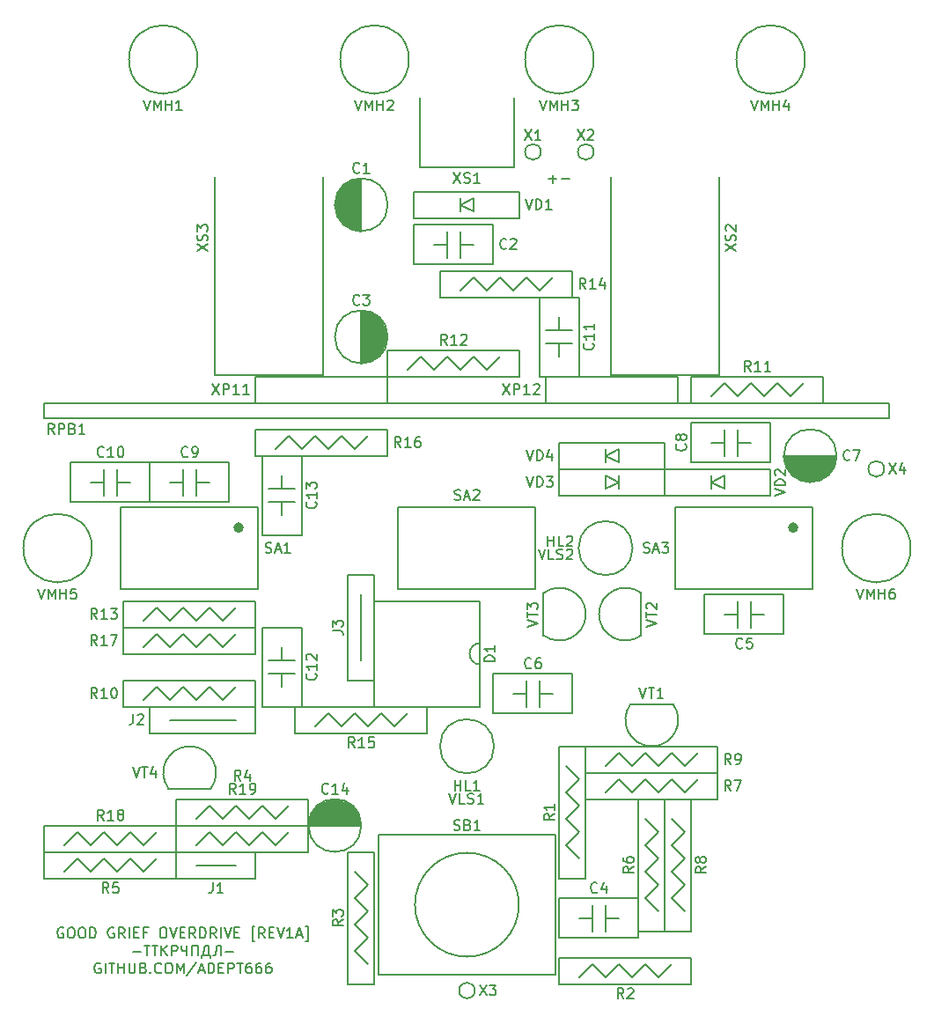
<source format=gbr>
G04 #@! TF.GenerationSoftware,KiCad,Pcbnew,5.1.6-c6e7f7d~87~ubuntu19.10.1*
G04 #@! TF.CreationDate,2022-03-20T14:59:11+06:00*
G04 #@! TF.ProjectId,good_grief_overdrive_r1a,676f6f64-5f67-4726-9965-665f6f766572,1A*
G04 #@! TF.SameCoordinates,Original*
G04 #@! TF.FileFunction,Legend,Top*
G04 #@! TF.FilePolarity,Positive*
%FSLAX46Y46*%
G04 Gerber Fmt 4.6, Leading zero omitted, Abs format (unit mm)*
G04 Created by KiCad (PCBNEW 5.1.6-c6e7f7d~87~ubuntu19.10.1) date 2022-03-20 14:59:11*
%MOMM*%
%LPD*%
G01*
G04 APERTURE LIST*
%ADD10C,0.200000*%
%ADD11C,0.500000*%
G04 APERTURE END LIST*
D10*
X114554047Y-108021428D02*
X115315952Y-108021428D01*
X113284047Y-108021428D02*
X114045952Y-108021428D01*
X113665000Y-108402380D02*
X113665000Y-107640476D01*
X66581190Y-180045000D02*
X66485952Y-179997380D01*
X66343095Y-179997380D01*
X66200238Y-180045000D01*
X66104999Y-180140238D01*
X66057380Y-180235476D01*
X66009761Y-180425952D01*
X66009761Y-180568809D01*
X66057380Y-180759285D01*
X66104999Y-180854523D01*
X66200238Y-180949761D01*
X66343095Y-180997380D01*
X66438333Y-180997380D01*
X66581190Y-180949761D01*
X66628809Y-180902142D01*
X66628809Y-180568809D01*
X66438333Y-180568809D01*
X67247857Y-179997380D02*
X67438333Y-179997380D01*
X67533571Y-180045000D01*
X67628809Y-180140238D01*
X67676428Y-180330714D01*
X67676428Y-180664047D01*
X67628809Y-180854523D01*
X67533571Y-180949761D01*
X67438333Y-180997380D01*
X67247857Y-180997380D01*
X67152619Y-180949761D01*
X67057380Y-180854523D01*
X67009761Y-180664047D01*
X67009761Y-180330714D01*
X67057380Y-180140238D01*
X67152619Y-180045000D01*
X67247857Y-179997380D01*
X68295476Y-179997380D02*
X68485952Y-179997380D01*
X68581190Y-180045000D01*
X68676428Y-180140238D01*
X68724047Y-180330714D01*
X68724047Y-180664047D01*
X68676428Y-180854523D01*
X68581190Y-180949761D01*
X68485952Y-180997380D01*
X68295476Y-180997380D01*
X68200238Y-180949761D01*
X68105000Y-180854523D01*
X68057380Y-180664047D01*
X68057380Y-180330714D01*
X68105000Y-180140238D01*
X68200238Y-180045000D01*
X68295476Y-179997380D01*
X69152619Y-180997380D02*
X69152619Y-179997380D01*
X69390714Y-179997380D01*
X69533571Y-180045000D01*
X69628809Y-180140238D01*
X69676428Y-180235476D01*
X69724047Y-180425952D01*
X69724047Y-180568809D01*
X69676428Y-180759285D01*
X69628809Y-180854523D01*
X69533571Y-180949761D01*
X69390714Y-180997380D01*
X69152619Y-180997380D01*
X71438333Y-180045000D02*
X71343095Y-179997380D01*
X71200238Y-179997380D01*
X71057380Y-180045000D01*
X70962142Y-180140238D01*
X70914523Y-180235476D01*
X70866904Y-180425952D01*
X70866904Y-180568809D01*
X70914523Y-180759285D01*
X70962142Y-180854523D01*
X71057380Y-180949761D01*
X71200238Y-180997380D01*
X71295476Y-180997380D01*
X71438333Y-180949761D01*
X71485952Y-180902142D01*
X71485952Y-180568809D01*
X71295476Y-180568809D01*
X72485952Y-180997380D02*
X72152619Y-180521190D01*
X71914523Y-180997380D02*
X71914523Y-179997380D01*
X72295476Y-179997380D01*
X72390714Y-180045000D01*
X72438333Y-180092619D01*
X72485952Y-180187857D01*
X72485952Y-180330714D01*
X72438333Y-180425952D01*
X72390714Y-180473571D01*
X72295476Y-180521190D01*
X71914523Y-180521190D01*
X72914523Y-180997380D02*
X72914523Y-179997380D01*
X73390714Y-180473571D02*
X73724047Y-180473571D01*
X73866904Y-180997380D02*
X73390714Y-180997380D01*
X73390714Y-179997380D01*
X73866904Y-179997380D01*
X74628809Y-180473571D02*
X74295476Y-180473571D01*
X74295476Y-180997380D02*
X74295476Y-179997380D01*
X74771666Y-179997380D01*
X76105000Y-179997380D02*
X76295476Y-179997380D01*
X76390714Y-180045000D01*
X76485952Y-180140238D01*
X76533571Y-180330714D01*
X76533571Y-180664047D01*
X76485952Y-180854523D01*
X76390714Y-180949761D01*
X76295476Y-180997380D01*
X76105000Y-180997380D01*
X76009761Y-180949761D01*
X75914523Y-180854523D01*
X75866904Y-180664047D01*
X75866904Y-180330714D01*
X75914523Y-180140238D01*
X76009761Y-180045000D01*
X76105000Y-179997380D01*
X76819285Y-179997380D02*
X77152619Y-180997380D01*
X77485952Y-179997380D01*
X77819285Y-180473571D02*
X78152619Y-180473571D01*
X78295476Y-180997380D02*
X77819285Y-180997380D01*
X77819285Y-179997380D01*
X78295476Y-179997380D01*
X79295476Y-180997380D02*
X78962142Y-180521190D01*
X78724047Y-180997380D02*
X78724047Y-179997380D01*
X79105000Y-179997380D01*
X79200238Y-180045000D01*
X79247857Y-180092619D01*
X79295476Y-180187857D01*
X79295476Y-180330714D01*
X79247857Y-180425952D01*
X79200238Y-180473571D01*
X79105000Y-180521190D01*
X78724047Y-180521190D01*
X79724047Y-180997380D02*
X79724047Y-179997380D01*
X79962142Y-179997380D01*
X80105000Y-180045000D01*
X80200238Y-180140238D01*
X80247857Y-180235476D01*
X80295476Y-180425952D01*
X80295476Y-180568809D01*
X80247857Y-180759285D01*
X80200238Y-180854523D01*
X80105000Y-180949761D01*
X79962142Y-180997380D01*
X79724047Y-180997380D01*
X81295476Y-180997380D02*
X80962142Y-180521190D01*
X80724047Y-180997380D02*
X80724047Y-179997380D01*
X81105000Y-179997380D01*
X81200238Y-180045000D01*
X81247857Y-180092619D01*
X81295476Y-180187857D01*
X81295476Y-180330714D01*
X81247857Y-180425952D01*
X81200238Y-180473571D01*
X81105000Y-180521190D01*
X80724047Y-180521190D01*
X81724047Y-180997380D02*
X81724047Y-179997380D01*
X82057380Y-179997380D02*
X82390714Y-180997380D01*
X82724047Y-179997380D01*
X83057380Y-180473571D02*
X83390714Y-180473571D01*
X83533571Y-180997380D02*
X83057380Y-180997380D01*
X83057380Y-179997380D01*
X83533571Y-179997380D01*
X85009761Y-181330714D02*
X84771666Y-181330714D01*
X84771666Y-179902142D01*
X85009761Y-179902142D01*
X85962142Y-180997380D02*
X85628809Y-180521190D01*
X85390714Y-180997380D02*
X85390714Y-179997380D01*
X85771666Y-179997380D01*
X85866904Y-180045000D01*
X85914523Y-180092619D01*
X85962142Y-180187857D01*
X85962142Y-180330714D01*
X85914523Y-180425952D01*
X85866904Y-180473571D01*
X85771666Y-180521190D01*
X85390714Y-180521190D01*
X86390714Y-180473571D02*
X86724047Y-180473571D01*
X86866904Y-180997380D02*
X86390714Y-180997380D01*
X86390714Y-179997380D01*
X86866904Y-179997380D01*
X87152619Y-179997380D02*
X87485952Y-180997380D01*
X87819285Y-179997380D01*
X88676428Y-180997380D02*
X88104999Y-180997380D01*
X88390714Y-180997380D02*
X88390714Y-179997380D01*
X88295476Y-180140238D01*
X88200238Y-180235476D01*
X88104999Y-180283095D01*
X89057380Y-180711666D02*
X89533571Y-180711666D01*
X88962142Y-180997380D02*
X89295476Y-179997380D01*
X89628809Y-180997380D01*
X89866904Y-181330714D02*
X90104999Y-181330714D01*
X90104999Y-179902142D01*
X89866904Y-179902142D01*
X73247857Y-182316428D02*
X74009761Y-182316428D01*
X74343095Y-181697380D02*
X74914523Y-181697380D01*
X74628809Y-182697380D02*
X74628809Y-181697380D01*
X75105000Y-181697380D02*
X75676428Y-181697380D01*
X75390714Y-182697380D02*
X75390714Y-181697380D01*
X76009761Y-182697380D02*
X76009761Y-181697380D01*
X76581190Y-182697380D02*
X76152619Y-182125952D01*
X76581190Y-181697380D02*
X76009761Y-182268809D01*
X77009761Y-182697380D02*
X77009761Y-181697380D01*
X77390714Y-181697380D01*
X77485952Y-181745000D01*
X77533571Y-181792619D01*
X77581190Y-181887857D01*
X77581190Y-182030714D01*
X77533571Y-182125952D01*
X77485952Y-182173571D01*
X77390714Y-182221190D01*
X77009761Y-182221190D01*
X78485952Y-181697380D02*
X78485952Y-182697380D01*
X77962142Y-181697380D02*
X77962142Y-182078333D01*
X78009761Y-182173571D01*
X78057380Y-182221190D01*
X78152619Y-182268809D01*
X78485952Y-182268809D01*
X78962142Y-182697380D02*
X78962142Y-181697380D01*
X79533571Y-181697380D01*
X79533571Y-182697380D01*
X80771666Y-182935476D02*
X80771666Y-182697380D01*
X79914523Y-182697380D01*
X79914523Y-182935476D01*
X80581190Y-182697380D02*
X80581190Y-181697380D01*
X80343095Y-181697380D01*
X80247857Y-181745000D01*
X80200238Y-181792619D01*
X80152619Y-181887857D01*
X80057380Y-182697380D01*
X81724047Y-182697380D02*
X81724047Y-181697380D01*
X81581190Y-181697380D01*
X81438333Y-181745000D01*
X81343095Y-181840238D01*
X81295476Y-181983095D01*
X81200238Y-182554523D01*
X81152619Y-182649761D01*
X81057380Y-182697380D01*
X81009761Y-182697380D01*
X82200238Y-182316428D02*
X82962142Y-182316428D01*
X70152619Y-183445000D02*
X70057380Y-183397380D01*
X69914523Y-183397380D01*
X69771666Y-183445000D01*
X69676428Y-183540238D01*
X69628809Y-183635476D01*
X69581190Y-183825952D01*
X69581190Y-183968809D01*
X69628809Y-184159285D01*
X69676428Y-184254523D01*
X69771666Y-184349761D01*
X69914523Y-184397380D01*
X70009761Y-184397380D01*
X70152619Y-184349761D01*
X70200238Y-184302142D01*
X70200238Y-183968809D01*
X70009761Y-183968809D01*
X70628809Y-184397380D02*
X70628809Y-183397380D01*
X70962142Y-183397380D02*
X71533571Y-183397380D01*
X71247857Y-184397380D02*
X71247857Y-183397380D01*
X71866904Y-184397380D02*
X71866904Y-183397380D01*
X71866904Y-183873571D02*
X72438333Y-183873571D01*
X72438333Y-184397380D02*
X72438333Y-183397380D01*
X72914523Y-183397380D02*
X72914523Y-184206904D01*
X72962142Y-184302142D01*
X73009761Y-184349761D01*
X73105000Y-184397380D01*
X73295476Y-184397380D01*
X73390714Y-184349761D01*
X73438333Y-184302142D01*
X73485952Y-184206904D01*
X73485952Y-183397380D01*
X74295476Y-183873571D02*
X74438333Y-183921190D01*
X74485952Y-183968809D01*
X74533571Y-184064047D01*
X74533571Y-184206904D01*
X74485952Y-184302142D01*
X74438333Y-184349761D01*
X74343095Y-184397380D01*
X73962142Y-184397380D01*
X73962142Y-183397380D01*
X74295476Y-183397380D01*
X74390714Y-183445000D01*
X74438333Y-183492619D01*
X74485952Y-183587857D01*
X74485952Y-183683095D01*
X74438333Y-183778333D01*
X74390714Y-183825952D01*
X74295476Y-183873571D01*
X73962142Y-183873571D01*
X74962142Y-184302142D02*
X75009761Y-184349761D01*
X74962142Y-184397380D01*
X74914523Y-184349761D01*
X74962142Y-184302142D01*
X74962142Y-184397380D01*
X76009761Y-184302142D02*
X75962142Y-184349761D01*
X75819285Y-184397380D01*
X75724047Y-184397380D01*
X75581190Y-184349761D01*
X75485952Y-184254523D01*
X75438333Y-184159285D01*
X75390714Y-183968809D01*
X75390714Y-183825952D01*
X75438333Y-183635476D01*
X75485952Y-183540238D01*
X75581190Y-183445000D01*
X75724047Y-183397380D01*
X75819285Y-183397380D01*
X75962142Y-183445000D01*
X76009761Y-183492619D01*
X76628809Y-183397380D02*
X76819285Y-183397380D01*
X76914523Y-183445000D01*
X77009761Y-183540238D01*
X77057380Y-183730714D01*
X77057380Y-184064047D01*
X77009761Y-184254523D01*
X76914523Y-184349761D01*
X76819285Y-184397380D01*
X76628809Y-184397380D01*
X76533571Y-184349761D01*
X76438333Y-184254523D01*
X76390714Y-184064047D01*
X76390714Y-183730714D01*
X76438333Y-183540238D01*
X76533571Y-183445000D01*
X76628809Y-183397380D01*
X77485952Y-184397380D02*
X77485952Y-183397380D01*
X77819285Y-184111666D01*
X78152619Y-183397380D01*
X78152619Y-184397380D01*
X79343095Y-183349761D02*
X78485952Y-184635476D01*
X79628809Y-184111666D02*
X80105000Y-184111666D01*
X79533571Y-184397380D02*
X79866904Y-183397380D01*
X80200238Y-184397380D01*
X80533571Y-184397380D02*
X80533571Y-183397380D01*
X80771666Y-183397380D01*
X80914523Y-183445000D01*
X81009761Y-183540238D01*
X81057380Y-183635476D01*
X81105000Y-183825952D01*
X81105000Y-183968809D01*
X81057380Y-184159285D01*
X81009761Y-184254523D01*
X80914523Y-184349761D01*
X80771666Y-184397380D01*
X80533571Y-184397380D01*
X81533571Y-183873571D02*
X81866904Y-183873571D01*
X82009761Y-184397380D02*
X81533571Y-184397380D01*
X81533571Y-183397380D01*
X82009761Y-183397380D01*
X82438333Y-184397380D02*
X82438333Y-183397380D01*
X82819285Y-183397380D01*
X82914523Y-183445000D01*
X82962142Y-183492619D01*
X83009761Y-183587857D01*
X83009761Y-183730714D01*
X82962142Y-183825952D01*
X82914523Y-183873571D01*
X82819285Y-183921190D01*
X82438333Y-183921190D01*
X83295476Y-183397380D02*
X83866904Y-183397380D01*
X83581190Y-184397380D02*
X83581190Y-183397380D01*
X84628809Y-183397380D02*
X84438333Y-183397380D01*
X84343095Y-183445000D01*
X84295476Y-183492619D01*
X84200238Y-183635476D01*
X84152619Y-183825952D01*
X84152619Y-184206904D01*
X84200238Y-184302142D01*
X84247857Y-184349761D01*
X84343095Y-184397380D01*
X84533571Y-184397380D01*
X84628809Y-184349761D01*
X84676428Y-184302142D01*
X84724047Y-184206904D01*
X84724047Y-183968809D01*
X84676428Y-183873571D01*
X84628809Y-183825952D01*
X84533571Y-183778333D01*
X84343095Y-183778333D01*
X84247857Y-183825952D01*
X84200238Y-183873571D01*
X84152619Y-183968809D01*
X85581190Y-183397380D02*
X85390714Y-183397380D01*
X85295476Y-183445000D01*
X85247857Y-183492619D01*
X85152619Y-183635476D01*
X85105000Y-183825952D01*
X85105000Y-184206904D01*
X85152619Y-184302142D01*
X85200238Y-184349761D01*
X85295476Y-184397380D01*
X85485952Y-184397380D01*
X85581190Y-184349761D01*
X85628809Y-184302142D01*
X85676428Y-184206904D01*
X85676428Y-183968809D01*
X85628809Y-183873571D01*
X85581190Y-183825952D01*
X85485952Y-183778333D01*
X85295476Y-183778333D01*
X85200238Y-183825952D01*
X85152619Y-183873571D01*
X85105000Y-183968809D01*
X86533571Y-183397380D02*
X86343095Y-183397380D01*
X86247857Y-183445000D01*
X86200238Y-183492619D01*
X86105000Y-183635476D01*
X86057380Y-183825952D01*
X86057380Y-184206904D01*
X86105000Y-184302142D01*
X86152619Y-184349761D01*
X86247857Y-184397380D01*
X86438333Y-184397380D01*
X86533571Y-184349761D01*
X86581190Y-184302142D01*
X86628809Y-184206904D01*
X86628809Y-183968809D01*
X86581190Y-183873571D01*
X86533571Y-183825952D01*
X86438333Y-183778333D01*
X86247857Y-183778333D01*
X86152619Y-183825952D01*
X86105000Y-183873571D01*
X86057380Y-183968809D01*
X125730000Y-127000000D02*
X125730000Y-129540000D01*
X113030000Y-127000000D02*
X113030000Y-129540000D01*
X64770000Y-131040000D02*
X146050000Y-131040000D01*
X64770000Y-129540000D02*
X146050000Y-129540000D01*
X113030000Y-127000000D02*
X125730000Y-127000000D01*
X85090000Y-127000000D02*
X97790000Y-127000000D01*
X97790000Y-127000000D02*
X97790000Y-129540000D01*
X85090000Y-127000000D02*
X85090000Y-129540000D01*
X146050000Y-129540000D02*
X146050000Y-131040000D01*
X64770000Y-129540000D02*
X64770000Y-131040000D01*
X129660000Y-126830000D02*
X119260000Y-126830000D01*
X129660000Y-126830000D02*
X129660000Y-107830000D01*
X119260000Y-126830000D02*
X119260000Y-107830000D01*
X81160000Y-126830000D02*
X81160000Y-107830000D01*
X91560000Y-126830000D02*
X91560000Y-107830000D01*
X91560000Y-126830000D02*
X81160000Y-126830000D01*
X148082000Y-143510000D02*
G75*
G03*
X148082000Y-143510000I-3302000J0D01*
G01*
X69342000Y-143510000D02*
G75*
G03*
X69342000Y-143510000I-3302000J0D01*
G01*
X137922000Y-96520000D02*
G75*
G03*
X137922000Y-96520000I-3302000J0D01*
G01*
X117602000Y-96520000D02*
G75*
G03*
X117602000Y-96520000I-3302000J0D01*
G01*
X99822000Y-96520000D02*
G75*
G03*
X99822000Y-96520000I-3302000J0D01*
G01*
X79502000Y-96520000D02*
G75*
G03*
X79502000Y-96520000I-3302000J0D01*
G01*
X122175000Y-151891250D02*
X122175000Y-147828750D01*
X122175000Y-151891250D02*
G75*
G02*
X122175000Y-147828750I-1525000J2031250D01*
G01*
X112775000Y-147828750D02*
X112775000Y-151891250D01*
X112775000Y-147828750D02*
G75*
G02*
X112775000Y-151891250I1525000J-2031250D01*
G01*
X76708750Y-166625000D02*
X80771250Y-166625000D01*
X76708750Y-166625000D02*
G75*
G02*
X80771250Y-166625000I2031250J1525000D01*
G01*
X125221250Y-158495000D02*
X121158750Y-158495000D01*
X125221250Y-158495000D02*
G75*
G02*
X121158750Y-158495000I-2031250J-1525000D01*
G01*
X79375000Y-173990000D02*
X83185000Y-173990000D01*
X85090000Y-172720000D02*
X85090000Y-175260000D01*
X77470000Y-172720000D02*
X77470000Y-175260000D01*
X77470000Y-175260000D02*
X85090000Y-175260000D01*
X77470000Y-172720000D02*
X85090000Y-172720000D01*
X93980000Y-156210000D02*
X93980000Y-146050000D01*
X96520000Y-156210000D02*
X96520000Y-146050000D01*
X93980000Y-156210000D02*
X96520000Y-156210000D01*
X93980000Y-146050000D02*
X96520000Y-146050000D01*
X95250000Y-154305000D02*
X95250000Y-147955000D01*
X74930000Y-158750000D02*
X85090000Y-158750000D01*
X74930000Y-161290000D02*
X85090000Y-161290000D01*
X74930000Y-158750000D02*
X74930000Y-161290000D01*
X85090000Y-158750000D02*
X85090000Y-161290000D01*
X76835000Y-160020000D02*
X83185000Y-160020000D01*
X106680000Y-158750000D02*
X96520000Y-158750000D01*
X106680000Y-148590000D02*
X106680000Y-158750000D01*
X96520000Y-148590000D02*
X96520000Y-158750000D01*
X106680000Y-148590000D02*
X96520000Y-148590000D01*
X106680000Y-152654000D02*
G75*
G03*
X106680000Y-154686000I0J-1016000D01*
G01*
X112010000Y-147460000D02*
X98810000Y-147460000D01*
X112010000Y-139560000D02*
X98810000Y-139560000D01*
X98810000Y-139560000D02*
X98810000Y-147460000D01*
X112010000Y-139560000D02*
X112010000Y-147460000D01*
D11*
X137030000Y-141535000D02*
G75*
G03*
X137030000Y-141535000I-250000J0D01*
G01*
D10*
X138680000Y-147460000D02*
X125480000Y-147460000D01*
X138680000Y-139560000D02*
X125480000Y-139560000D01*
X125480000Y-139560000D02*
X125480000Y-147460000D01*
X138680000Y-139560000D02*
X138680000Y-147460000D01*
D11*
X83690000Y-141535000D02*
G75*
G03*
X83690000Y-141535000I-250000J0D01*
G01*
D10*
X85340000Y-147460000D02*
X72140000Y-147460000D01*
X85340000Y-139560000D02*
X72140000Y-139560000D01*
X72140000Y-139560000D02*
X72140000Y-147460000D01*
X85340000Y-139560000D02*
X85340000Y-147460000D01*
X134620000Y-138430000D02*
X124460000Y-138430000D01*
X134620000Y-135890000D02*
X124460000Y-135890000D01*
X134620000Y-138430000D02*
X134620000Y-135890000D01*
X124460000Y-138430000D02*
X124460000Y-135890000D01*
X130175000Y-137795000D02*
X130175000Y-136525000D01*
X130175000Y-137795000D02*
X128905000Y-137160000D01*
X130175000Y-136525000D02*
X128905000Y-137160000D01*
X128905000Y-137795000D02*
X128905000Y-136525000D01*
X118745000Y-135255000D02*
X118745000Y-133985000D01*
X120015000Y-133985000D02*
X118745000Y-134620000D01*
X120015000Y-135255000D02*
X118745000Y-134620000D01*
X120015000Y-135255000D02*
X120015000Y-133985000D01*
X114300000Y-135890000D02*
X114300000Y-133350000D01*
X124460000Y-135890000D02*
X124460000Y-133350000D01*
X124460000Y-133350000D02*
X114300000Y-133350000D01*
X124460000Y-135890000D02*
X114300000Y-135890000D01*
X120015000Y-136525000D02*
X120015000Y-137795000D01*
X118745000Y-137795000D02*
X120015000Y-137160000D01*
X118745000Y-136525000D02*
X120015000Y-137160000D01*
X118745000Y-136525000D02*
X118745000Y-137795000D01*
X124460000Y-135890000D02*
X124460000Y-138430000D01*
X114300000Y-135890000D02*
X114300000Y-138430000D01*
X114300000Y-138430000D02*
X124460000Y-138430000D01*
X114300000Y-135890000D02*
X124460000Y-135890000D01*
X104775000Y-111125000D02*
X104775000Y-109855000D01*
X106045000Y-109855000D02*
X104775000Y-110490000D01*
X106045000Y-111125000D02*
X104775000Y-110490000D01*
X106045000Y-111125000D02*
X106045000Y-109855000D01*
X100330000Y-111760000D02*
X100330000Y-109220000D01*
X110490000Y-111760000D02*
X110490000Y-109220000D01*
X110490000Y-109220000D02*
X100330000Y-109220000D01*
X110490000Y-111760000D02*
X100330000Y-111760000D01*
X100910000Y-106910000D02*
X100910000Y-100210000D01*
X109910000Y-106910000D02*
X109910000Y-100210000D01*
X109910000Y-106910000D02*
X100910000Y-106910000D01*
X117602000Y-105410000D02*
G75*
G03*
X117602000Y-105410000I-762000J0D01*
G01*
X112522000Y-105410000D02*
G75*
G03*
X112522000Y-105410000I-762000J0D01*
G01*
X145542000Y-135890000D02*
G75*
G03*
X145542000Y-135890000I-762000J0D01*
G01*
X106172000Y-186055000D02*
G75*
G03*
X106172000Y-186055000I-762000J0D01*
G01*
X108010000Y-162560000D02*
G75*
G03*
X108010000Y-162560000I-2600000J0D01*
G01*
X121345000Y-143510000D02*
G75*
G03*
X121345000Y-143510000I-2600000J0D01*
G01*
X113910000Y-171050000D02*
X113910000Y-184550000D01*
X96910000Y-171050000D02*
X96910000Y-184550000D01*
X96910000Y-184550000D02*
X113910000Y-184550000D01*
X96910000Y-171050000D02*
X113910000Y-171050000D01*
X110410000Y-177800000D02*
G75*
G03*
X110410000Y-177800000I-5000000J0D01*
G01*
X97790000Y-123190000D02*
G75*
G03*
X97790000Y-123190000I-2540000J0D01*
G01*
G36*
X95250000Y-120650000D02*
G01*
X96012000Y-120777000D01*
X97155000Y-121539000D01*
X97790000Y-123190000D01*
X97155000Y-124841000D01*
X96012000Y-125603000D01*
X95250000Y-125730000D01*
X95250000Y-120650000D01*
G37*
X95250000Y-120650000D02*
X96012000Y-120777000D01*
X97155000Y-121539000D01*
X97790000Y-123190000D01*
X97155000Y-124841000D01*
X96012000Y-125603000D01*
X95250000Y-125730000D01*
X95250000Y-120650000D01*
X140970000Y-134620000D02*
G75*
G03*
X140970000Y-134620000I-2540000J0D01*
G01*
G36*
X140970000Y-134620000D02*
G01*
X140843000Y-135382000D01*
X140081000Y-136525000D01*
X138430000Y-137160000D01*
X136779000Y-136525000D01*
X136017000Y-135382000D01*
X135890000Y-134620000D01*
X140970000Y-134620000D01*
G37*
X140970000Y-134620000D02*
X140843000Y-135382000D01*
X140081000Y-136525000D01*
X138430000Y-137160000D01*
X136779000Y-136525000D01*
X136017000Y-135382000D01*
X135890000Y-134620000D01*
X140970000Y-134620000D01*
G36*
X90170000Y-170180000D02*
G01*
X90297000Y-169418000D01*
X91059000Y-168275000D01*
X92710000Y-167640000D01*
X94361000Y-168275000D01*
X95123000Y-169418000D01*
X95250000Y-170180000D01*
X90170000Y-170180000D01*
G37*
X90170000Y-170180000D02*
X90297000Y-169418000D01*
X91059000Y-168275000D01*
X92710000Y-167640000D01*
X94361000Y-168275000D01*
X95123000Y-169418000D01*
X95250000Y-170180000D01*
X90170000Y-170180000D01*
X95250000Y-170180000D02*
G75*
G03*
X95250000Y-170180000I-2540000J0D01*
G01*
G36*
X95250000Y-113030000D02*
G01*
X94488000Y-112903000D01*
X93345000Y-112141000D01*
X92710000Y-110490000D01*
X93345000Y-108839000D01*
X94488000Y-108077000D01*
X95250000Y-107950000D01*
X95250000Y-113030000D01*
G37*
X95250000Y-113030000D02*
X94488000Y-112903000D01*
X93345000Y-112141000D01*
X92710000Y-110490000D01*
X93345000Y-108839000D01*
X94488000Y-108077000D01*
X95250000Y-107950000D01*
X95250000Y-113030000D01*
X97790000Y-110490000D02*
G75*
G03*
X97790000Y-110490000I-2540000J0D01*
G01*
X74930000Y-139065000D02*
X67310000Y-139065000D01*
X74930000Y-135255000D02*
X67310000Y-135255000D01*
X74930000Y-139065000D02*
X74930000Y-135255000D01*
X67310000Y-139065000D02*
X67310000Y-135255000D01*
X73025000Y-137160000D02*
X71755000Y-137160000D01*
X70485000Y-137160000D02*
X69215000Y-137160000D01*
X71755000Y-138430000D02*
X71755000Y-135890000D01*
X70485000Y-138430000D02*
X70485000Y-135890000D01*
X82550000Y-139065000D02*
X74930000Y-139065000D01*
X82550000Y-135255000D02*
X74930000Y-135255000D01*
X82550000Y-139065000D02*
X82550000Y-135255000D01*
X74930000Y-139065000D02*
X74930000Y-135255000D01*
X80645000Y-137160000D02*
X79375000Y-137160000D01*
X78105000Y-137160000D02*
X76835000Y-137160000D01*
X79375000Y-138430000D02*
X79375000Y-135890000D01*
X78105000Y-138430000D02*
X78105000Y-135890000D01*
X112395000Y-127000000D02*
X112395000Y-119380000D01*
X116205000Y-127000000D02*
X116205000Y-119380000D01*
X112395000Y-127000000D02*
X116205000Y-127000000D01*
X112395000Y-119380000D02*
X116205000Y-119380000D01*
X114300000Y-125095000D02*
X114300000Y-123825000D01*
X114300000Y-122555000D02*
X114300000Y-121285000D01*
X113030000Y-123825000D02*
X115570000Y-123825000D01*
X113030000Y-122555000D02*
X115570000Y-122555000D01*
X130175000Y-134620000D02*
X130175000Y-132080000D01*
X131445000Y-134620000D02*
X131445000Y-132080000D01*
X130175000Y-133350000D02*
X128905000Y-133350000D01*
X132715000Y-133350000D02*
X131445000Y-133350000D01*
X127000000Y-135255000D02*
X127000000Y-131445000D01*
X134620000Y-135255000D02*
X134620000Y-131445000D01*
X134620000Y-131445000D02*
X127000000Y-131445000D01*
X134620000Y-135255000D02*
X127000000Y-135255000D01*
X89535000Y-134620000D02*
X89535000Y-142240000D01*
X85725000Y-134620000D02*
X85725000Y-142240000D01*
X89535000Y-134620000D02*
X85725000Y-134620000D01*
X89535000Y-142240000D02*
X85725000Y-142240000D01*
X87630000Y-136525000D02*
X87630000Y-137795000D01*
X87630000Y-139065000D02*
X87630000Y-140335000D01*
X88900000Y-137795000D02*
X86360000Y-137795000D01*
X88900000Y-139065000D02*
X86360000Y-139065000D01*
X128270000Y-147955000D02*
X135890000Y-147955000D01*
X128270000Y-151765000D02*
X135890000Y-151765000D01*
X128270000Y-147955000D02*
X128270000Y-151765000D01*
X135890000Y-147955000D02*
X135890000Y-151765000D01*
X130175000Y-149860000D02*
X131445000Y-149860000D01*
X132715000Y-149860000D02*
X133985000Y-149860000D01*
X131445000Y-148590000D02*
X131445000Y-151130000D01*
X132715000Y-148590000D02*
X132715000Y-151130000D01*
X85725000Y-158750000D02*
X85725000Y-151130000D01*
X89535000Y-158750000D02*
X89535000Y-151130000D01*
X85725000Y-158750000D02*
X89535000Y-158750000D01*
X85725000Y-151130000D02*
X89535000Y-151130000D01*
X87630000Y-156845000D02*
X87630000Y-155575000D01*
X87630000Y-154305000D02*
X87630000Y-153035000D01*
X86360000Y-155575000D02*
X88900000Y-155575000D01*
X86360000Y-154305000D02*
X88900000Y-154305000D01*
X115570000Y-159385000D02*
X107950000Y-159385000D01*
X115570000Y-155575000D02*
X107950000Y-155575000D01*
X115570000Y-159385000D02*
X115570000Y-155575000D01*
X107950000Y-159385000D02*
X107950000Y-155575000D01*
X113665000Y-157480000D02*
X112395000Y-157480000D01*
X111125000Y-157480000D02*
X109855000Y-157480000D01*
X112395000Y-158750000D02*
X112395000Y-156210000D01*
X111125000Y-158750000D02*
X111125000Y-156210000D01*
X114300000Y-177165000D02*
X121920000Y-177165000D01*
X114300000Y-180975000D02*
X121920000Y-180975000D01*
X114300000Y-177165000D02*
X114300000Y-180975000D01*
X121920000Y-177165000D02*
X121920000Y-180975000D01*
X116205000Y-179070000D02*
X117475000Y-179070000D01*
X118745000Y-179070000D02*
X120015000Y-179070000D01*
X117475000Y-177800000D02*
X117475000Y-180340000D01*
X118745000Y-177800000D02*
X118745000Y-180340000D01*
X100330000Y-112395000D02*
X107950000Y-112395000D01*
X100330000Y-116205000D02*
X107950000Y-116205000D01*
X100330000Y-112395000D02*
X100330000Y-116205000D01*
X107950000Y-112395000D02*
X107950000Y-116205000D01*
X102235000Y-114300000D02*
X103505000Y-114300000D01*
X104775000Y-114300000D02*
X106045000Y-114300000D01*
X103505000Y-113030000D02*
X103505000Y-115570000D01*
X104775000Y-113030000D02*
X104775000Y-115570000D01*
X102870000Y-116840000D02*
X115570000Y-116840000D01*
X102870000Y-119380000D02*
X115570000Y-119380000D01*
X102870000Y-116840000D02*
X102870000Y-119380000D01*
X115570000Y-116840000D02*
X115570000Y-119380000D01*
X104775000Y-118745000D02*
X106045000Y-117475000D01*
X106045000Y-117475000D02*
X107315000Y-118745000D01*
X107315000Y-118745000D02*
X108585000Y-117475000D01*
X108585000Y-117475000D02*
X109855000Y-118745000D01*
X109855000Y-118745000D02*
X111125000Y-117475000D01*
X111125000Y-117475000D02*
X112395000Y-118745000D01*
X112395000Y-118745000D02*
X113665000Y-117475000D01*
X100965000Y-125095000D02*
X99695000Y-126365000D01*
X102235000Y-126365000D02*
X100965000Y-125095000D01*
X103505000Y-125095000D02*
X102235000Y-126365000D01*
X104775000Y-126365000D02*
X103505000Y-125095000D01*
X106045000Y-125095000D02*
X104775000Y-126365000D01*
X107315000Y-126365000D02*
X106045000Y-125095000D01*
X108585000Y-125095000D02*
X107315000Y-126365000D01*
X97790000Y-127000000D02*
X97790000Y-124460000D01*
X110490000Y-127000000D02*
X110490000Y-124460000D01*
X110490000Y-124460000D02*
X97790000Y-124460000D01*
X110490000Y-127000000D02*
X97790000Y-127000000D01*
X139700000Y-129540000D02*
X127000000Y-129540000D01*
X139700000Y-127000000D02*
X127000000Y-127000000D01*
X139700000Y-129540000D02*
X139700000Y-127000000D01*
X127000000Y-129540000D02*
X127000000Y-127000000D01*
X137795000Y-127635000D02*
X136525000Y-128905000D01*
X136525000Y-128905000D02*
X135255000Y-127635000D01*
X135255000Y-127635000D02*
X133985000Y-128905000D01*
X133985000Y-128905000D02*
X132715000Y-127635000D01*
X132715000Y-127635000D02*
X131445000Y-128905000D01*
X131445000Y-128905000D02*
X130175000Y-127635000D01*
X130175000Y-127635000D02*
X128905000Y-128905000D01*
X92075000Y-159385000D02*
X90805000Y-160655000D01*
X93345000Y-160655000D02*
X92075000Y-159385000D01*
X94615000Y-159385000D02*
X93345000Y-160655000D01*
X95885000Y-160655000D02*
X94615000Y-159385000D01*
X97155000Y-159385000D02*
X95885000Y-160655000D01*
X98425000Y-160655000D02*
X97155000Y-159385000D01*
X99695000Y-159385000D02*
X98425000Y-160655000D01*
X88900000Y-161290000D02*
X88900000Y-158750000D01*
X101600000Y-161290000D02*
X101600000Y-158750000D01*
X101600000Y-158750000D02*
X88900000Y-158750000D01*
X101600000Y-161290000D02*
X88900000Y-161290000D01*
X126365000Y-167005000D02*
X127635000Y-165735000D01*
X125095000Y-165735000D02*
X126365000Y-167005000D01*
X123825000Y-167005000D02*
X125095000Y-165735000D01*
X122555000Y-165735000D02*
X123825000Y-167005000D01*
X121285000Y-167005000D02*
X122555000Y-165735000D01*
X120015000Y-165735000D02*
X121285000Y-167005000D01*
X118745000Y-167005000D02*
X120015000Y-165735000D01*
X129540000Y-165100000D02*
X129540000Y-167640000D01*
X116840000Y-165100000D02*
X116840000Y-167640000D01*
X116840000Y-167640000D02*
X129540000Y-167640000D01*
X116840000Y-165100000D02*
X129540000Y-165100000D01*
X126365000Y-164465000D02*
X127635000Y-163195000D01*
X125095000Y-163195000D02*
X126365000Y-164465000D01*
X123825000Y-164465000D02*
X125095000Y-163195000D01*
X122555000Y-163195000D02*
X123825000Y-164465000D01*
X121285000Y-164465000D02*
X122555000Y-163195000D01*
X120015000Y-163195000D02*
X121285000Y-164465000D01*
X118745000Y-164465000D02*
X120015000Y-163195000D01*
X129540000Y-162560000D02*
X129540000Y-165100000D01*
X116840000Y-162560000D02*
X116840000Y-165100000D01*
X116840000Y-165100000D02*
X129540000Y-165100000D01*
X116840000Y-162560000D02*
X129540000Y-162560000D01*
X126365000Y-170815000D02*
X125095000Y-169545000D01*
X125095000Y-172085000D02*
X126365000Y-170815000D01*
X126365000Y-173355000D02*
X125095000Y-172085000D01*
X125095000Y-174625000D02*
X126365000Y-173355000D01*
X126365000Y-175895000D02*
X125095000Y-174625000D01*
X125095000Y-177165000D02*
X126365000Y-175895000D01*
X126365000Y-178435000D02*
X125095000Y-177165000D01*
X124460000Y-167640000D02*
X127000000Y-167640000D01*
X124460000Y-180340000D02*
X127000000Y-180340000D01*
X127000000Y-180340000D02*
X127000000Y-167640000D01*
X124460000Y-180340000D02*
X124460000Y-167640000D01*
X123825000Y-170815000D02*
X122555000Y-169545000D01*
X122555000Y-172085000D02*
X123825000Y-170815000D01*
X123825000Y-173355000D02*
X122555000Y-172085000D01*
X122555000Y-174625000D02*
X123825000Y-173355000D01*
X123825000Y-175895000D02*
X122555000Y-174625000D01*
X122555000Y-177165000D02*
X123825000Y-175895000D01*
X123825000Y-178435000D02*
X122555000Y-177165000D01*
X121920000Y-167640000D02*
X124460000Y-167640000D01*
X121920000Y-180340000D02*
X124460000Y-180340000D01*
X124460000Y-180340000D02*
X124460000Y-167640000D01*
X121920000Y-180340000D02*
X121920000Y-167640000D01*
X127000000Y-185420000D02*
X114300000Y-185420000D01*
X127000000Y-182880000D02*
X114300000Y-182880000D01*
X127000000Y-185420000D02*
X127000000Y-182880000D01*
X114300000Y-185420000D02*
X114300000Y-182880000D01*
X125095000Y-183515000D02*
X123825000Y-184785000D01*
X123825000Y-184785000D02*
X122555000Y-183515000D01*
X122555000Y-183515000D02*
X121285000Y-184785000D01*
X121285000Y-184785000D02*
X120015000Y-183515000D01*
X120015000Y-183515000D02*
X118745000Y-184785000D01*
X118745000Y-184785000D02*
X117475000Y-183515000D01*
X117475000Y-183515000D02*
X116205000Y-184785000D01*
X116205000Y-165735000D02*
X114935000Y-164465000D01*
X114935000Y-167005000D02*
X116205000Y-165735000D01*
X116205000Y-168275000D02*
X114935000Y-167005000D01*
X114935000Y-169545000D02*
X116205000Y-168275000D01*
X116205000Y-170815000D02*
X114935000Y-169545000D01*
X114935000Y-172085000D02*
X116205000Y-170815000D01*
X116205000Y-173355000D02*
X114935000Y-172085000D01*
X114300000Y-162560000D02*
X116840000Y-162560000D01*
X114300000Y-175260000D02*
X116840000Y-175260000D01*
X116840000Y-175260000D02*
X116840000Y-162560000D01*
X114300000Y-175260000D02*
X114300000Y-162560000D01*
X95885000Y-175895000D02*
X94615000Y-174625000D01*
X94615000Y-177165000D02*
X95885000Y-175895000D01*
X95885000Y-178435000D02*
X94615000Y-177165000D01*
X94615000Y-179705000D02*
X95885000Y-178435000D01*
X95885000Y-180975000D02*
X94615000Y-179705000D01*
X94615000Y-182245000D02*
X95885000Y-180975000D01*
X95885000Y-183515000D02*
X94615000Y-182245000D01*
X93980000Y-172720000D02*
X96520000Y-172720000D01*
X93980000Y-185420000D02*
X96520000Y-185420000D01*
X96520000Y-185420000D02*
X96520000Y-172720000D01*
X93980000Y-185420000D02*
X93980000Y-172720000D01*
X74295000Y-174625000D02*
X75565000Y-173355000D01*
X73025000Y-173355000D02*
X74295000Y-174625000D01*
X71755000Y-174625000D02*
X73025000Y-173355000D01*
X70485000Y-173355000D02*
X71755000Y-174625000D01*
X69215000Y-174625000D02*
X70485000Y-173355000D01*
X67945000Y-173355000D02*
X69215000Y-174625000D01*
X66675000Y-174625000D02*
X67945000Y-173355000D01*
X77470000Y-172720000D02*
X77470000Y-175260000D01*
X64770000Y-172720000D02*
X64770000Y-175260000D01*
X64770000Y-175260000D02*
X77470000Y-175260000D01*
X64770000Y-172720000D02*
X77470000Y-172720000D01*
X74295000Y-172085000D02*
X75565000Y-170815000D01*
X73025000Y-170815000D02*
X74295000Y-172085000D01*
X71755000Y-172085000D02*
X73025000Y-170815000D01*
X70485000Y-170815000D02*
X71755000Y-172085000D01*
X69215000Y-172085000D02*
X70485000Y-170815000D01*
X67945000Y-170815000D02*
X69215000Y-172085000D01*
X66675000Y-172085000D02*
X67945000Y-170815000D01*
X77470000Y-170180000D02*
X77470000Y-172720000D01*
X64770000Y-170180000D02*
X64770000Y-172720000D01*
X64770000Y-172720000D02*
X77470000Y-172720000D01*
X64770000Y-170180000D02*
X77470000Y-170180000D01*
X86995000Y-172085000D02*
X88265000Y-170815000D01*
X85725000Y-170815000D02*
X86995000Y-172085000D01*
X84455000Y-172085000D02*
X85725000Y-170815000D01*
X83185000Y-170815000D02*
X84455000Y-172085000D01*
X81915000Y-172085000D02*
X83185000Y-170815000D01*
X80645000Y-170815000D02*
X81915000Y-172085000D01*
X79375000Y-172085000D02*
X80645000Y-170815000D01*
X90170000Y-170180000D02*
X90170000Y-172720000D01*
X77470000Y-170180000D02*
X77470000Y-172720000D01*
X77470000Y-172720000D02*
X90170000Y-172720000D01*
X77470000Y-170180000D02*
X90170000Y-170180000D01*
X81915000Y-158115000D02*
X83185000Y-156845000D01*
X80645000Y-156845000D02*
X81915000Y-158115000D01*
X79375000Y-158115000D02*
X80645000Y-156845000D01*
X78105000Y-156845000D02*
X79375000Y-158115000D01*
X76835000Y-158115000D02*
X78105000Y-156845000D01*
X75565000Y-156845000D02*
X76835000Y-158115000D01*
X74295000Y-158115000D02*
X75565000Y-156845000D01*
X85090000Y-156210000D02*
X85090000Y-158750000D01*
X72390000Y-156210000D02*
X72390000Y-158750000D01*
X72390000Y-158750000D02*
X85090000Y-158750000D01*
X72390000Y-156210000D02*
X85090000Y-156210000D01*
X75565000Y-149225000D02*
X74295000Y-150495000D01*
X76835000Y-150495000D02*
X75565000Y-149225000D01*
X78105000Y-149225000D02*
X76835000Y-150495000D01*
X79375000Y-150495000D02*
X78105000Y-149225000D01*
X80645000Y-149225000D02*
X79375000Y-150495000D01*
X81915000Y-150495000D02*
X80645000Y-149225000D01*
X83185000Y-149225000D02*
X81915000Y-150495000D01*
X72390000Y-151130000D02*
X72390000Y-148590000D01*
X85090000Y-151130000D02*
X85090000Y-148590000D01*
X85090000Y-148590000D02*
X72390000Y-148590000D01*
X85090000Y-151130000D02*
X72390000Y-151130000D01*
X81915000Y-153035000D02*
X83185000Y-151765000D01*
X80645000Y-151765000D02*
X81915000Y-153035000D01*
X79375000Y-153035000D02*
X80645000Y-151765000D01*
X78105000Y-151765000D02*
X79375000Y-153035000D01*
X76835000Y-153035000D02*
X78105000Y-151765000D01*
X75565000Y-151765000D02*
X76835000Y-153035000D01*
X74295000Y-153035000D02*
X75565000Y-151765000D01*
X85090000Y-151130000D02*
X85090000Y-153670000D01*
X72390000Y-151130000D02*
X72390000Y-153670000D01*
X72390000Y-153670000D02*
X85090000Y-153670000D01*
X72390000Y-151130000D02*
X85090000Y-151130000D01*
X88265000Y-132715000D02*
X86995000Y-133985000D01*
X89535000Y-133985000D02*
X88265000Y-132715000D01*
X90805000Y-132715000D02*
X89535000Y-133985000D01*
X92075000Y-133985000D02*
X90805000Y-132715000D01*
X93345000Y-132715000D02*
X92075000Y-133985000D01*
X94615000Y-133985000D02*
X93345000Y-132715000D01*
X95885000Y-132715000D02*
X94615000Y-133985000D01*
X85090000Y-134620000D02*
X85090000Y-132080000D01*
X97790000Y-134620000D02*
X97790000Y-132080000D01*
X97790000Y-132080000D02*
X85090000Y-132080000D01*
X97790000Y-134620000D02*
X85090000Y-134620000D01*
X90170000Y-170180000D02*
X77470000Y-170180000D01*
X90170000Y-167640000D02*
X77470000Y-167640000D01*
X90170000Y-170180000D02*
X90170000Y-167640000D01*
X77470000Y-170180000D02*
X77470000Y-167640000D01*
X88265000Y-168275000D02*
X86995000Y-169545000D01*
X86995000Y-169545000D02*
X85725000Y-168275000D01*
X85725000Y-168275000D02*
X84455000Y-169545000D01*
X84455000Y-169545000D02*
X83185000Y-168275000D01*
X83185000Y-168275000D02*
X81915000Y-169545000D01*
X81915000Y-169545000D02*
X80645000Y-168275000D01*
X80645000Y-168275000D02*
X79375000Y-169545000D01*
X65709523Y-132532380D02*
X65376190Y-132056190D01*
X65138095Y-132532380D02*
X65138095Y-131532380D01*
X65519047Y-131532380D01*
X65614285Y-131580000D01*
X65661904Y-131627619D01*
X65709523Y-131722857D01*
X65709523Y-131865714D01*
X65661904Y-131960952D01*
X65614285Y-132008571D01*
X65519047Y-132056190D01*
X65138095Y-132056190D01*
X66138095Y-132532380D02*
X66138095Y-131532380D01*
X66519047Y-131532380D01*
X66614285Y-131580000D01*
X66661904Y-131627619D01*
X66709523Y-131722857D01*
X66709523Y-131865714D01*
X66661904Y-131960952D01*
X66614285Y-132008571D01*
X66519047Y-132056190D01*
X66138095Y-132056190D01*
X67471428Y-132008571D02*
X67614285Y-132056190D01*
X67661904Y-132103809D01*
X67709523Y-132199047D01*
X67709523Y-132341904D01*
X67661904Y-132437142D01*
X67614285Y-132484761D01*
X67519047Y-132532380D01*
X67138095Y-132532380D01*
X67138095Y-131532380D01*
X67471428Y-131532380D01*
X67566666Y-131580000D01*
X67614285Y-131627619D01*
X67661904Y-131722857D01*
X67661904Y-131818095D01*
X67614285Y-131913333D01*
X67566666Y-131960952D01*
X67471428Y-132008571D01*
X67138095Y-132008571D01*
X68661904Y-132532380D02*
X68090476Y-132532380D01*
X68376190Y-132532380D02*
X68376190Y-131532380D01*
X68280952Y-131675238D01*
X68185714Y-131770476D01*
X68090476Y-131818095D01*
X80928214Y-127722380D02*
X81594880Y-128722380D01*
X81594880Y-127722380D02*
X80928214Y-128722380D01*
X81975833Y-128722380D02*
X81975833Y-127722380D01*
X82356785Y-127722380D01*
X82452023Y-127770000D01*
X82499642Y-127817619D01*
X82547261Y-127912857D01*
X82547261Y-128055714D01*
X82499642Y-128150952D01*
X82452023Y-128198571D01*
X82356785Y-128246190D01*
X81975833Y-128246190D01*
X83499642Y-128722380D02*
X82928214Y-128722380D01*
X83213928Y-128722380D02*
X83213928Y-127722380D01*
X83118690Y-127865238D01*
X83023452Y-127960476D01*
X82928214Y-128008095D01*
X84452023Y-128722380D02*
X83880595Y-128722380D01*
X84166309Y-128722380D02*
X84166309Y-127722380D01*
X84071071Y-127865238D01*
X83975833Y-127960476D01*
X83880595Y-128008095D01*
X108868214Y-127722380D02*
X109534880Y-128722380D01*
X109534880Y-127722380D02*
X108868214Y-128722380D01*
X109915833Y-128722380D02*
X109915833Y-127722380D01*
X110296785Y-127722380D01*
X110392023Y-127770000D01*
X110439642Y-127817619D01*
X110487261Y-127912857D01*
X110487261Y-128055714D01*
X110439642Y-128150952D01*
X110392023Y-128198571D01*
X110296785Y-128246190D01*
X109915833Y-128246190D01*
X111439642Y-128722380D02*
X110868214Y-128722380D01*
X111153928Y-128722380D02*
X111153928Y-127722380D01*
X111058690Y-127865238D01*
X110963452Y-127960476D01*
X110868214Y-128008095D01*
X111820595Y-127817619D02*
X111868214Y-127770000D01*
X111963452Y-127722380D01*
X112201547Y-127722380D01*
X112296785Y-127770000D01*
X112344404Y-127817619D01*
X112392023Y-127912857D01*
X112392023Y-128008095D01*
X112344404Y-128150952D01*
X111772976Y-128722380D01*
X112392023Y-128722380D01*
X130262380Y-114950714D02*
X131262380Y-114284047D01*
X130262380Y-114284047D02*
X131262380Y-114950714D01*
X131214761Y-113950714D02*
X131262380Y-113807857D01*
X131262380Y-113569761D01*
X131214761Y-113474523D01*
X131167142Y-113426904D01*
X131071904Y-113379285D01*
X130976666Y-113379285D01*
X130881428Y-113426904D01*
X130833809Y-113474523D01*
X130786190Y-113569761D01*
X130738571Y-113760238D01*
X130690952Y-113855476D01*
X130643333Y-113903095D01*
X130548095Y-113950714D01*
X130452857Y-113950714D01*
X130357619Y-113903095D01*
X130310000Y-113855476D01*
X130262380Y-113760238D01*
X130262380Y-113522142D01*
X130310000Y-113379285D01*
X130357619Y-112998333D02*
X130310000Y-112950714D01*
X130262380Y-112855476D01*
X130262380Y-112617380D01*
X130310000Y-112522142D01*
X130357619Y-112474523D01*
X130452857Y-112426904D01*
X130548095Y-112426904D01*
X130690952Y-112474523D01*
X131262380Y-113045952D01*
X131262380Y-112426904D01*
X79462380Y-114950714D02*
X80462380Y-114284047D01*
X79462380Y-114284047D02*
X80462380Y-114950714D01*
X80414761Y-113950714D02*
X80462380Y-113807857D01*
X80462380Y-113569761D01*
X80414761Y-113474523D01*
X80367142Y-113426904D01*
X80271904Y-113379285D01*
X80176666Y-113379285D01*
X80081428Y-113426904D01*
X80033809Y-113474523D01*
X79986190Y-113569761D01*
X79938571Y-113760238D01*
X79890952Y-113855476D01*
X79843333Y-113903095D01*
X79748095Y-113950714D01*
X79652857Y-113950714D01*
X79557619Y-113903095D01*
X79510000Y-113855476D01*
X79462380Y-113760238D01*
X79462380Y-113522142D01*
X79510000Y-113379285D01*
X79462380Y-113045952D02*
X79462380Y-112426904D01*
X79843333Y-112760238D01*
X79843333Y-112617380D01*
X79890952Y-112522142D01*
X79938571Y-112474523D01*
X80033809Y-112426904D01*
X80271904Y-112426904D01*
X80367142Y-112474523D01*
X80414761Y-112522142D01*
X80462380Y-112617380D01*
X80462380Y-112903095D01*
X80414761Y-112998333D01*
X80367142Y-113045952D01*
X142875238Y-147407380D02*
X143208571Y-148407380D01*
X143541904Y-147407380D01*
X143875238Y-148407380D02*
X143875238Y-147407380D01*
X144208571Y-148121666D01*
X144541904Y-147407380D01*
X144541904Y-148407380D01*
X145018095Y-148407380D02*
X145018095Y-147407380D01*
X145018095Y-147883571D02*
X145589523Y-147883571D01*
X145589523Y-148407380D02*
X145589523Y-147407380D01*
X146494285Y-147407380D02*
X146303809Y-147407380D01*
X146208571Y-147455000D01*
X146160952Y-147502619D01*
X146065714Y-147645476D01*
X146018095Y-147835952D01*
X146018095Y-148216904D01*
X146065714Y-148312142D01*
X146113333Y-148359761D01*
X146208571Y-148407380D01*
X146399047Y-148407380D01*
X146494285Y-148359761D01*
X146541904Y-148312142D01*
X146589523Y-148216904D01*
X146589523Y-147978809D01*
X146541904Y-147883571D01*
X146494285Y-147835952D01*
X146399047Y-147788333D01*
X146208571Y-147788333D01*
X146113333Y-147835952D01*
X146065714Y-147883571D01*
X146018095Y-147978809D01*
X64135238Y-147407380D02*
X64468571Y-148407380D01*
X64801904Y-147407380D01*
X65135238Y-148407380D02*
X65135238Y-147407380D01*
X65468571Y-148121666D01*
X65801904Y-147407380D01*
X65801904Y-148407380D01*
X66278095Y-148407380D02*
X66278095Y-147407380D01*
X66278095Y-147883571D02*
X66849523Y-147883571D01*
X66849523Y-148407380D02*
X66849523Y-147407380D01*
X67801904Y-147407380D02*
X67325714Y-147407380D01*
X67278095Y-147883571D01*
X67325714Y-147835952D01*
X67420952Y-147788333D01*
X67659047Y-147788333D01*
X67754285Y-147835952D01*
X67801904Y-147883571D01*
X67849523Y-147978809D01*
X67849523Y-148216904D01*
X67801904Y-148312142D01*
X67754285Y-148359761D01*
X67659047Y-148407380D01*
X67420952Y-148407380D01*
X67325714Y-148359761D01*
X67278095Y-148312142D01*
X132715238Y-100417380D02*
X133048571Y-101417380D01*
X133381904Y-100417380D01*
X133715238Y-101417380D02*
X133715238Y-100417380D01*
X134048571Y-101131666D01*
X134381904Y-100417380D01*
X134381904Y-101417380D01*
X134858095Y-101417380D02*
X134858095Y-100417380D01*
X134858095Y-100893571D02*
X135429523Y-100893571D01*
X135429523Y-101417380D02*
X135429523Y-100417380D01*
X136334285Y-100750714D02*
X136334285Y-101417380D01*
X136096190Y-100369761D02*
X135858095Y-101084047D01*
X136477142Y-101084047D01*
X112395238Y-100417380D02*
X112728571Y-101417380D01*
X113061904Y-100417380D01*
X113395238Y-101417380D02*
X113395238Y-100417380D01*
X113728571Y-101131666D01*
X114061904Y-100417380D01*
X114061904Y-101417380D01*
X114538095Y-101417380D02*
X114538095Y-100417380D01*
X114538095Y-100893571D02*
X115109523Y-100893571D01*
X115109523Y-101417380D02*
X115109523Y-100417380D01*
X115490476Y-100417380D02*
X116109523Y-100417380D01*
X115776190Y-100798333D01*
X115919047Y-100798333D01*
X116014285Y-100845952D01*
X116061904Y-100893571D01*
X116109523Y-100988809D01*
X116109523Y-101226904D01*
X116061904Y-101322142D01*
X116014285Y-101369761D01*
X115919047Y-101417380D01*
X115633333Y-101417380D01*
X115538095Y-101369761D01*
X115490476Y-101322142D01*
X94615238Y-100417380D02*
X94948571Y-101417380D01*
X95281904Y-100417380D01*
X95615238Y-101417380D02*
X95615238Y-100417380D01*
X95948571Y-101131666D01*
X96281904Y-100417380D01*
X96281904Y-101417380D01*
X96758095Y-101417380D02*
X96758095Y-100417380D01*
X96758095Y-100893571D02*
X97329523Y-100893571D01*
X97329523Y-101417380D02*
X97329523Y-100417380D01*
X97758095Y-100512619D02*
X97805714Y-100465000D01*
X97900952Y-100417380D01*
X98139047Y-100417380D01*
X98234285Y-100465000D01*
X98281904Y-100512619D01*
X98329523Y-100607857D01*
X98329523Y-100703095D01*
X98281904Y-100845952D01*
X97710476Y-101417380D01*
X98329523Y-101417380D01*
X74295238Y-100417380D02*
X74628571Y-101417380D01*
X74961904Y-100417380D01*
X75295238Y-101417380D02*
X75295238Y-100417380D01*
X75628571Y-101131666D01*
X75961904Y-100417380D01*
X75961904Y-101417380D01*
X76438095Y-101417380D02*
X76438095Y-100417380D01*
X76438095Y-100893571D02*
X77009523Y-100893571D01*
X77009523Y-101417380D02*
X77009523Y-100417380D01*
X78009523Y-101417380D02*
X77438095Y-101417380D01*
X77723809Y-101417380D02*
X77723809Y-100417380D01*
X77628571Y-100560238D01*
X77533333Y-100655476D01*
X77438095Y-100703095D01*
X122642380Y-151050476D02*
X123642380Y-150717142D01*
X122642380Y-150383809D01*
X122642380Y-150193333D02*
X122642380Y-149621904D01*
X123642380Y-149907619D02*
X122642380Y-149907619D01*
X122737619Y-149336190D02*
X122690000Y-149288571D01*
X122642380Y-149193333D01*
X122642380Y-148955238D01*
X122690000Y-148860000D01*
X122737619Y-148812380D01*
X122832857Y-148764761D01*
X122928095Y-148764761D01*
X123070952Y-148812380D01*
X123642380Y-149383809D01*
X123642380Y-148764761D01*
X111212380Y-151050476D02*
X112212380Y-150717142D01*
X111212380Y-150383809D01*
X111212380Y-150193333D02*
X111212380Y-149621904D01*
X112212380Y-149907619D02*
X111212380Y-149907619D01*
X111212380Y-149383809D02*
X111212380Y-148764761D01*
X111593333Y-149098095D01*
X111593333Y-148955238D01*
X111640952Y-148860000D01*
X111688571Y-148812380D01*
X111783809Y-148764761D01*
X112021904Y-148764761D01*
X112117142Y-148812380D01*
X112164761Y-148860000D01*
X112212380Y-148955238D01*
X112212380Y-149240952D01*
X112164761Y-149336190D01*
X112117142Y-149383809D01*
X73276309Y-164552380D02*
X73609642Y-165552380D01*
X73942976Y-164552380D01*
X74133452Y-164552380D02*
X74704880Y-164552380D01*
X74419166Y-165552380D02*
X74419166Y-164552380D01*
X75466785Y-164885714D02*
X75466785Y-165552380D01*
X75228690Y-164504761D02*
X74990595Y-165219047D01*
X75609642Y-165219047D01*
X121999523Y-156932380D02*
X122332857Y-157932380D01*
X122666190Y-156932380D01*
X122856666Y-156932380D02*
X123428095Y-156932380D01*
X123142380Y-157932380D02*
X123142380Y-156932380D01*
X124285238Y-157932380D02*
X123713809Y-157932380D01*
X123999523Y-157932380D02*
X123999523Y-156932380D01*
X123904285Y-157075238D01*
X123809047Y-157170476D01*
X123713809Y-157218095D01*
X80946666Y-175664880D02*
X80946666Y-176379166D01*
X80899047Y-176522023D01*
X80803809Y-176617261D01*
X80660952Y-176664880D01*
X80565714Y-176664880D01*
X81946666Y-176664880D02*
X81375238Y-176664880D01*
X81660952Y-176664880D02*
X81660952Y-175664880D01*
X81565714Y-175807738D01*
X81470476Y-175902976D01*
X81375238Y-175950595D01*
X92479880Y-151463333D02*
X93194166Y-151463333D01*
X93337023Y-151510952D01*
X93432261Y-151606190D01*
X93479880Y-151749047D01*
X93479880Y-151844285D01*
X92479880Y-151082380D02*
X92479880Y-150463333D01*
X92860833Y-150796666D01*
X92860833Y-150653809D01*
X92908452Y-150558571D01*
X92956071Y-150510952D01*
X93051309Y-150463333D01*
X93289404Y-150463333D01*
X93384642Y-150510952D01*
X93432261Y-150558571D01*
X93479880Y-150653809D01*
X93479880Y-150939523D01*
X93432261Y-151034761D01*
X93384642Y-151082380D01*
X73292023Y-159472380D02*
X73292023Y-160186666D01*
X73244404Y-160329523D01*
X73149166Y-160424761D01*
X73006309Y-160472380D01*
X72911071Y-160472380D01*
X73720595Y-159567619D02*
X73768214Y-159520000D01*
X73863452Y-159472380D01*
X74101547Y-159472380D01*
X74196785Y-159520000D01*
X74244404Y-159567619D01*
X74292023Y-159662857D01*
X74292023Y-159758095D01*
X74244404Y-159900952D01*
X73672976Y-160472380D01*
X74292023Y-160472380D01*
X108084880Y-154408095D02*
X107084880Y-154408095D01*
X107084880Y-154170000D01*
X107132500Y-154027142D01*
X107227738Y-153931904D01*
X107322976Y-153884285D01*
X107513452Y-153836666D01*
X107656309Y-153836666D01*
X107846785Y-153884285D01*
X107942023Y-153931904D01*
X108037261Y-154027142D01*
X108084880Y-154170000D01*
X108084880Y-154408095D01*
X108084880Y-152884285D02*
X108084880Y-153455714D01*
X108084880Y-153170000D02*
X107084880Y-153170000D01*
X107227738Y-153265238D01*
X107322976Y-153360476D01*
X107370595Y-153455714D01*
X104219523Y-138834761D02*
X104362380Y-138882380D01*
X104600476Y-138882380D01*
X104695714Y-138834761D01*
X104743333Y-138787142D01*
X104790952Y-138691904D01*
X104790952Y-138596666D01*
X104743333Y-138501428D01*
X104695714Y-138453809D01*
X104600476Y-138406190D01*
X104410000Y-138358571D01*
X104314761Y-138310952D01*
X104267142Y-138263333D01*
X104219523Y-138168095D01*
X104219523Y-138072857D01*
X104267142Y-137977619D01*
X104314761Y-137930000D01*
X104410000Y-137882380D01*
X104648095Y-137882380D01*
X104790952Y-137930000D01*
X105171904Y-138596666D02*
X105648095Y-138596666D01*
X105076666Y-138882380D02*
X105410000Y-137882380D01*
X105743333Y-138882380D01*
X106029047Y-137977619D02*
X106076666Y-137930000D01*
X106171904Y-137882380D01*
X106410000Y-137882380D01*
X106505238Y-137930000D01*
X106552857Y-137977619D01*
X106600476Y-138072857D01*
X106600476Y-138168095D01*
X106552857Y-138310952D01*
X105981428Y-138882380D01*
X106600476Y-138882380D01*
X122393571Y-143914761D02*
X122536428Y-143962380D01*
X122774523Y-143962380D01*
X122869761Y-143914761D01*
X122917380Y-143867142D01*
X122965000Y-143771904D01*
X122965000Y-143676666D01*
X122917380Y-143581428D01*
X122869761Y-143533809D01*
X122774523Y-143486190D01*
X122584047Y-143438571D01*
X122488809Y-143390952D01*
X122441190Y-143343333D01*
X122393571Y-143248095D01*
X122393571Y-143152857D01*
X122441190Y-143057619D01*
X122488809Y-143010000D01*
X122584047Y-142962380D01*
X122822142Y-142962380D01*
X122965000Y-143010000D01*
X123345952Y-143676666D02*
X123822142Y-143676666D01*
X123250714Y-143962380D02*
X123584047Y-142962380D01*
X123917380Y-143962380D01*
X124155476Y-142962380D02*
X124774523Y-142962380D01*
X124441190Y-143343333D01*
X124584047Y-143343333D01*
X124679285Y-143390952D01*
X124726904Y-143438571D01*
X124774523Y-143533809D01*
X124774523Y-143771904D01*
X124726904Y-143867142D01*
X124679285Y-143914761D01*
X124584047Y-143962380D01*
X124298333Y-143962380D01*
X124203095Y-143914761D01*
X124155476Y-143867142D01*
X86045476Y-143914761D02*
X86188333Y-143962380D01*
X86426428Y-143962380D01*
X86521666Y-143914761D01*
X86569285Y-143867142D01*
X86616904Y-143771904D01*
X86616904Y-143676666D01*
X86569285Y-143581428D01*
X86521666Y-143533809D01*
X86426428Y-143486190D01*
X86235952Y-143438571D01*
X86140714Y-143390952D01*
X86093095Y-143343333D01*
X86045476Y-143248095D01*
X86045476Y-143152857D01*
X86093095Y-143057619D01*
X86140714Y-143010000D01*
X86235952Y-142962380D01*
X86474047Y-142962380D01*
X86616904Y-143010000D01*
X86997857Y-143676666D02*
X87474047Y-143676666D01*
X86902619Y-143962380D02*
X87235952Y-142962380D01*
X87569285Y-143962380D01*
X88426428Y-143962380D02*
X87855000Y-143962380D01*
X88140714Y-143962380D02*
X88140714Y-142962380D01*
X88045476Y-143105238D01*
X87950238Y-143200476D01*
X87855000Y-143248095D01*
X135024880Y-138469523D02*
X136024880Y-138136190D01*
X135024880Y-137802857D01*
X136024880Y-137469523D02*
X135024880Y-137469523D01*
X135024880Y-137231428D01*
X135072500Y-137088571D01*
X135167738Y-136993333D01*
X135262976Y-136945714D01*
X135453452Y-136898095D01*
X135596309Y-136898095D01*
X135786785Y-136945714D01*
X135882023Y-136993333D01*
X135977261Y-137088571D01*
X136024880Y-137231428D01*
X136024880Y-137469523D01*
X135120119Y-136517142D02*
X135072500Y-136469523D01*
X135024880Y-136374285D01*
X135024880Y-136136190D01*
X135072500Y-136040952D01*
X135120119Y-135993333D01*
X135215357Y-135945714D01*
X135310595Y-135945714D01*
X135453452Y-135993333D01*
X136024880Y-136564761D01*
X136024880Y-135945714D01*
X111138214Y-134072380D02*
X111471547Y-135072380D01*
X111804880Y-134072380D01*
X112138214Y-135072380D02*
X112138214Y-134072380D01*
X112376309Y-134072380D01*
X112519166Y-134120000D01*
X112614404Y-134215238D01*
X112662023Y-134310476D01*
X112709642Y-134500952D01*
X112709642Y-134643809D01*
X112662023Y-134834285D01*
X112614404Y-134929523D01*
X112519166Y-135024761D01*
X112376309Y-135072380D01*
X112138214Y-135072380D01*
X113566785Y-134405714D02*
X113566785Y-135072380D01*
X113328690Y-134024761D02*
X113090595Y-134739047D01*
X113709642Y-134739047D01*
X111138214Y-136612380D02*
X111471547Y-137612380D01*
X111804880Y-136612380D01*
X112138214Y-137612380D02*
X112138214Y-136612380D01*
X112376309Y-136612380D01*
X112519166Y-136660000D01*
X112614404Y-136755238D01*
X112662023Y-136850476D01*
X112709642Y-137040952D01*
X112709642Y-137183809D01*
X112662023Y-137374285D01*
X112614404Y-137469523D01*
X112519166Y-137564761D01*
X112376309Y-137612380D01*
X112138214Y-137612380D01*
X113042976Y-136612380D02*
X113662023Y-136612380D01*
X113328690Y-136993333D01*
X113471547Y-136993333D01*
X113566785Y-137040952D01*
X113614404Y-137088571D01*
X113662023Y-137183809D01*
X113662023Y-137421904D01*
X113614404Y-137517142D01*
X113566785Y-137564761D01*
X113471547Y-137612380D01*
X113185833Y-137612380D01*
X113090595Y-137564761D01*
X113042976Y-137517142D01*
X111032738Y-109942380D02*
X111366071Y-110942380D01*
X111699404Y-109942380D01*
X112032738Y-110942380D02*
X112032738Y-109942380D01*
X112270833Y-109942380D01*
X112413690Y-109990000D01*
X112508928Y-110085238D01*
X112556547Y-110180476D01*
X112604166Y-110370952D01*
X112604166Y-110513809D01*
X112556547Y-110704285D01*
X112508928Y-110799523D01*
X112413690Y-110894761D01*
X112270833Y-110942380D01*
X112032738Y-110942380D01*
X113556547Y-110942380D02*
X112985119Y-110942380D01*
X113270833Y-110942380D02*
X113270833Y-109942380D01*
X113175595Y-110085238D01*
X113080357Y-110180476D01*
X112985119Y-110228095D01*
X104124285Y-107402380D02*
X104790952Y-108402380D01*
X104790952Y-107402380D02*
X104124285Y-108402380D01*
X105124285Y-108354761D02*
X105267142Y-108402380D01*
X105505238Y-108402380D01*
X105600476Y-108354761D01*
X105648095Y-108307142D01*
X105695714Y-108211904D01*
X105695714Y-108116666D01*
X105648095Y-108021428D01*
X105600476Y-107973809D01*
X105505238Y-107926190D01*
X105314761Y-107878571D01*
X105219523Y-107830952D01*
X105171904Y-107783333D01*
X105124285Y-107688095D01*
X105124285Y-107592857D01*
X105171904Y-107497619D01*
X105219523Y-107450000D01*
X105314761Y-107402380D01*
X105552857Y-107402380D01*
X105695714Y-107450000D01*
X106648095Y-108402380D02*
X106076666Y-108402380D01*
X106362380Y-108402380D02*
X106362380Y-107402380D01*
X106267142Y-107545238D01*
X106171904Y-107640476D01*
X106076666Y-107688095D01*
X116030476Y-103274880D02*
X116697142Y-104274880D01*
X116697142Y-103274880D02*
X116030476Y-104274880D01*
X117030476Y-103370119D02*
X117078095Y-103322500D01*
X117173333Y-103274880D01*
X117411428Y-103274880D01*
X117506666Y-103322500D01*
X117554285Y-103370119D01*
X117601904Y-103465357D01*
X117601904Y-103560595D01*
X117554285Y-103703452D01*
X116982857Y-104274880D01*
X117601904Y-104274880D01*
X110950476Y-103274880D02*
X111617142Y-104274880D01*
X111617142Y-103274880D02*
X110950476Y-104274880D01*
X112521904Y-104274880D02*
X111950476Y-104274880D01*
X112236190Y-104274880D02*
X112236190Y-103274880D01*
X112140952Y-103417738D01*
X112045714Y-103512976D01*
X111950476Y-103560595D01*
X146005357Y-135342380D02*
X146672023Y-136342380D01*
X146672023Y-135342380D02*
X146005357Y-136342380D01*
X147481547Y-135675714D02*
X147481547Y-136342380D01*
X147243452Y-135294761D02*
X147005357Y-136009047D01*
X147624404Y-136009047D01*
X106635357Y-185507380D02*
X107302023Y-186507380D01*
X107302023Y-185507380D02*
X106635357Y-186507380D01*
X107587738Y-185507380D02*
X108206785Y-185507380D01*
X107873452Y-185888333D01*
X108016309Y-185888333D01*
X108111547Y-185935952D01*
X108159166Y-185983571D01*
X108206785Y-186078809D01*
X108206785Y-186316904D01*
X108159166Y-186412142D01*
X108111547Y-186459761D01*
X108016309Y-186507380D01*
X107730595Y-186507380D01*
X107635357Y-186459761D01*
X107587738Y-186412142D01*
X113186071Y-143327380D02*
X113186071Y-142327380D01*
X113186071Y-142803571D02*
X113757500Y-142803571D01*
X113757500Y-143327380D02*
X113757500Y-142327380D01*
X114709880Y-143327380D02*
X114233690Y-143327380D01*
X114233690Y-142327380D01*
X114995595Y-142422619D02*
X115043214Y-142375000D01*
X115138452Y-142327380D01*
X115376547Y-142327380D01*
X115471785Y-142375000D01*
X115519404Y-142422619D01*
X115567023Y-142517857D01*
X115567023Y-142613095D01*
X115519404Y-142755952D01*
X114947976Y-143327380D01*
X115567023Y-143327380D01*
X104243333Y-166822380D02*
X104243333Y-165822380D01*
X104243333Y-166298571D02*
X104814761Y-166298571D01*
X104814761Y-166822380D02*
X104814761Y-165822380D01*
X105767142Y-166822380D02*
X105290952Y-166822380D01*
X105290952Y-165822380D01*
X106624285Y-166822380D02*
X106052857Y-166822380D01*
X106338571Y-166822380D02*
X106338571Y-165822380D01*
X106243333Y-165965238D01*
X106148095Y-166060476D01*
X106052857Y-166108095D01*
X103719523Y-167092380D02*
X104052857Y-168092380D01*
X104386190Y-167092380D01*
X105195714Y-168092380D02*
X104719523Y-168092380D01*
X104719523Y-167092380D01*
X105481428Y-168044761D02*
X105624285Y-168092380D01*
X105862380Y-168092380D01*
X105957619Y-168044761D01*
X106005238Y-167997142D01*
X106052857Y-167901904D01*
X106052857Y-167806666D01*
X106005238Y-167711428D01*
X105957619Y-167663809D01*
X105862380Y-167616190D01*
X105671904Y-167568571D01*
X105576666Y-167520952D01*
X105529047Y-167473333D01*
X105481428Y-167378095D01*
X105481428Y-167282857D01*
X105529047Y-167187619D01*
X105576666Y-167140000D01*
X105671904Y-167092380D01*
X105910000Y-167092380D01*
X106052857Y-167140000D01*
X107005238Y-168092380D02*
X106433809Y-168092380D01*
X106719523Y-168092380D02*
X106719523Y-167092380D01*
X106624285Y-167235238D01*
X106529047Y-167330476D01*
X106433809Y-167378095D01*
X112281309Y-143597380D02*
X112614642Y-144597380D01*
X112947976Y-143597380D01*
X113757500Y-144597380D02*
X113281309Y-144597380D01*
X113281309Y-143597380D01*
X114043214Y-144549761D02*
X114186071Y-144597380D01*
X114424166Y-144597380D01*
X114519404Y-144549761D01*
X114567023Y-144502142D01*
X114614642Y-144406904D01*
X114614642Y-144311666D01*
X114567023Y-144216428D01*
X114519404Y-144168809D01*
X114424166Y-144121190D01*
X114233690Y-144073571D01*
X114138452Y-144025952D01*
X114090833Y-143978333D01*
X114043214Y-143883095D01*
X114043214Y-143787857D01*
X114090833Y-143692619D01*
X114138452Y-143645000D01*
X114233690Y-143597380D01*
X114471785Y-143597380D01*
X114614642Y-143645000D01*
X114995595Y-143692619D02*
X115043214Y-143645000D01*
X115138452Y-143597380D01*
X115376547Y-143597380D01*
X115471785Y-143645000D01*
X115519404Y-143692619D01*
X115567023Y-143787857D01*
X115567023Y-143883095D01*
X115519404Y-144025952D01*
X114947976Y-144597380D01*
X115567023Y-144597380D01*
X104148095Y-170584761D02*
X104290952Y-170632380D01*
X104529047Y-170632380D01*
X104624285Y-170584761D01*
X104671904Y-170537142D01*
X104719523Y-170441904D01*
X104719523Y-170346666D01*
X104671904Y-170251428D01*
X104624285Y-170203809D01*
X104529047Y-170156190D01*
X104338571Y-170108571D01*
X104243333Y-170060952D01*
X104195714Y-170013333D01*
X104148095Y-169918095D01*
X104148095Y-169822857D01*
X104195714Y-169727619D01*
X104243333Y-169680000D01*
X104338571Y-169632380D01*
X104576666Y-169632380D01*
X104719523Y-169680000D01*
X105481428Y-170108571D02*
X105624285Y-170156190D01*
X105671904Y-170203809D01*
X105719523Y-170299047D01*
X105719523Y-170441904D01*
X105671904Y-170537142D01*
X105624285Y-170584761D01*
X105529047Y-170632380D01*
X105148095Y-170632380D01*
X105148095Y-169632380D01*
X105481428Y-169632380D01*
X105576666Y-169680000D01*
X105624285Y-169727619D01*
X105671904Y-169822857D01*
X105671904Y-169918095D01*
X105624285Y-170013333D01*
X105576666Y-170060952D01*
X105481428Y-170108571D01*
X105148095Y-170108571D01*
X106671904Y-170632380D02*
X106100476Y-170632380D01*
X106386190Y-170632380D02*
X106386190Y-169632380D01*
X106290952Y-169775238D01*
X106195714Y-169870476D01*
X106100476Y-169918095D01*
X95083333Y-120054642D02*
X95035714Y-120102261D01*
X94892857Y-120149880D01*
X94797619Y-120149880D01*
X94654761Y-120102261D01*
X94559523Y-120007023D01*
X94511904Y-119911785D01*
X94464285Y-119721309D01*
X94464285Y-119578452D01*
X94511904Y-119387976D01*
X94559523Y-119292738D01*
X94654761Y-119197500D01*
X94797619Y-119149880D01*
X94892857Y-119149880D01*
X95035714Y-119197500D01*
X95083333Y-119245119D01*
X95416666Y-119149880D02*
X96035714Y-119149880D01*
X95702380Y-119530833D01*
X95845238Y-119530833D01*
X95940476Y-119578452D01*
X95988095Y-119626071D01*
X96035714Y-119721309D01*
X96035714Y-119959404D01*
X95988095Y-120054642D01*
X95940476Y-120102261D01*
X95845238Y-120149880D01*
X95559523Y-120149880D01*
X95464285Y-120102261D01*
X95416666Y-120054642D01*
X142227023Y-134977142D02*
X142179404Y-135024761D01*
X142036547Y-135072380D01*
X141941309Y-135072380D01*
X141798452Y-135024761D01*
X141703214Y-134929523D01*
X141655595Y-134834285D01*
X141607976Y-134643809D01*
X141607976Y-134500952D01*
X141655595Y-134310476D01*
X141703214Y-134215238D01*
X141798452Y-134120000D01*
X141941309Y-134072380D01*
X142036547Y-134072380D01*
X142179404Y-134120000D01*
X142227023Y-134167619D01*
X142560357Y-134072380D02*
X143227023Y-134072380D01*
X142798452Y-135072380D01*
X92067142Y-167044642D02*
X92019523Y-167092261D01*
X91876666Y-167139880D01*
X91781428Y-167139880D01*
X91638571Y-167092261D01*
X91543333Y-166997023D01*
X91495714Y-166901785D01*
X91448095Y-166711309D01*
X91448095Y-166568452D01*
X91495714Y-166377976D01*
X91543333Y-166282738D01*
X91638571Y-166187500D01*
X91781428Y-166139880D01*
X91876666Y-166139880D01*
X92019523Y-166187500D01*
X92067142Y-166235119D01*
X93019523Y-167139880D02*
X92448095Y-167139880D01*
X92733809Y-167139880D02*
X92733809Y-166139880D01*
X92638571Y-166282738D01*
X92543333Y-166377976D01*
X92448095Y-166425595D01*
X93876666Y-166473214D02*
X93876666Y-167139880D01*
X93638571Y-166092261D02*
X93400476Y-166806547D01*
X94019523Y-166806547D01*
X95083333Y-107354642D02*
X95035714Y-107402261D01*
X94892857Y-107449880D01*
X94797619Y-107449880D01*
X94654761Y-107402261D01*
X94559523Y-107307023D01*
X94511904Y-107211785D01*
X94464285Y-107021309D01*
X94464285Y-106878452D01*
X94511904Y-106687976D01*
X94559523Y-106592738D01*
X94654761Y-106497500D01*
X94797619Y-106449880D01*
X94892857Y-106449880D01*
X95035714Y-106497500D01*
X95083333Y-106545119D01*
X96035714Y-107449880D02*
X95464285Y-107449880D01*
X95750000Y-107449880D02*
X95750000Y-106449880D01*
X95654761Y-106592738D01*
X95559523Y-106687976D01*
X95464285Y-106735595D01*
X70477142Y-134659642D02*
X70429523Y-134707261D01*
X70286666Y-134754880D01*
X70191428Y-134754880D01*
X70048571Y-134707261D01*
X69953333Y-134612023D01*
X69905714Y-134516785D01*
X69858095Y-134326309D01*
X69858095Y-134183452D01*
X69905714Y-133992976D01*
X69953333Y-133897738D01*
X70048571Y-133802500D01*
X70191428Y-133754880D01*
X70286666Y-133754880D01*
X70429523Y-133802500D01*
X70477142Y-133850119D01*
X71429523Y-134754880D02*
X70858095Y-134754880D01*
X71143809Y-134754880D02*
X71143809Y-133754880D01*
X71048571Y-133897738D01*
X70953333Y-133992976D01*
X70858095Y-134040595D01*
X72048571Y-133754880D02*
X72143809Y-133754880D01*
X72239047Y-133802500D01*
X72286666Y-133850119D01*
X72334285Y-133945357D01*
X72381904Y-134135833D01*
X72381904Y-134373928D01*
X72334285Y-134564404D01*
X72286666Y-134659642D01*
X72239047Y-134707261D01*
X72143809Y-134754880D01*
X72048571Y-134754880D01*
X71953333Y-134707261D01*
X71905714Y-134659642D01*
X71858095Y-134564404D01*
X71810476Y-134373928D01*
X71810476Y-134135833D01*
X71858095Y-133945357D01*
X71905714Y-133850119D01*
X71953333Y-133802500D01*
X72048571Y-133754880D01*
X78573333Y-134659642D02*
X78525714Y-134707261D01*
X78382857Y-134754880D01*
X78287619Y-134754880D01*
X78144761Y-134707261D01*
X78049523Y-134612023D01*
X78001904Y-134516785D01*
X77954285Y-134326309D01*
X77954285Y-134183452D01*
X78001904Y-133992976D01*
X78049523Y-133897738D01*
X78144761Y-133802500D01*
X78287619Y-133754880D01*
X78382857Y-133754880D01*
X78525714Y-133802500D01*
X78573333Y-133850119D01*
X79049523Y-134754880D02*
X79240000Y-134754880D01*
X79335238Y-134707261D01*
X79382857Y-134659642D01*
X79478095Y-134516785D01*
X79525714Y-134326309D01*
X79525714Y-133945357D01*
X79478095Y-133850119D01*
X79430476Y-133802500D01*
X79335238Y-133754880D01*
X79144761Y-133754880D01*
X79049523Y-133802500D01*
X79001904Y-133850119D01*
X78954285Y-133945357D01*
X78954285Y-134183452D01*
X79001904Y-134278690D01*
X79049523Y-134326309D01*
X79144761Y-134373928D01*
X79335238Y-134373928D01*
X79430476Y-134326309D01*
X79478095Y-134278690D01*
X79525714Y-134183452D01*
X117514642Y-123832857D02*
X117562261Y-123880476D01*
X117609880Y-124023333D01*
X117609880Y-124118571D01*
X117562261Y-124261428D01*
X117467023Y-124356666D01*
X117371785Y-124404285D01*
X117181309Y-124451904D01*
X117038452Y-124451904D01*
X116847976Y-124404285D01*
X116752738Y-124356666D01*
X116657500Y-124261428D01*
X116609880Y-124118571D01*
X116609880Y-124023333D01*
X116657500Y-123880476D01*
X116705119Y-123832857D01*
X117609880Y-122880476D02*
X117609880Y-123451904D01*
X117609880Y-123166190D02*
X116609880Y-123166190D01*
X116752738Y-123261428D01*
X116847976Y-123356666D01*
X116895595Y-123451904D01*
X117609880Y-121928095D02*
X117609880Y-122499523D01*
X117609880Y-122213809D02*
X116609880Y-122213809D01*
X116752738Y-122309047D01*
X116847976Y-122404285D01*
X116895595Y-122499523D01*
X126404642Y-133516666D02*
X126452261Y-133564285D01*
X126499880Y-133707142D01*
X126499880Y-133802380D01*
X126452261Y-133945238D01*
X126357023Y-134040476D01*
X126261785Y-134088095D01*
X126071309Y-134135714D01*
X125928452Y-134135714D01*
X125737976Y-134088095D01*
X125642738Y-134040476D01*
X125547500Y-133945238D01*
X125499880Y-133802380D01*
X125499880Y-133707142D01*
X125547500Y-133564285D01*
X125595119Y-133516666D01*
X125928452Y-132945238D02*
X125880833Y-133040476D01*
X125833214Y-133088095D01*
X125737976Y-133135714D01*
X125690357Y-133135714D01*
X125595119Y-133088095D01*
X125547500Y-133040476D01*
X125499880Y-132945238D01*
X125499880Y-132754761D01*
X125547500Y-132659523D01*
X125595119Y-132611904D01*
X125690357Y-132564285D01*
X125737976Y-132564285D01*
X125833214Y-132611904D01*
X125880833Y-132659523D01*
X125928452Y-132754761D01*
X125928452Y-132945238D01*
X125976071Y-133040476D01*
X126023690Y-133088095D01*
X126118928Y-133135714D01*
X126309404Y-133135714D01*
X126404642Y-133088095D01*
X126452261Y-133040476D01*
X126499880Y-132945238D01*
X126499880Y-132754761D01*
X126452261Y-132659523D01*
X126404642Y-132611904D01*
X126309404Y-132564285D01*
X126118928Y-132564285D01*
X126023690Y-132611904D01*
X125976071Y-132659523D01*
X125928452Y-132754761D01*
X90844642Y-139072857D02*
X90892261Y-139120476D01*
X90939880Y-139263333D01*
X90939880Y-139358571D01*
X90892261Y-139501428D01*
X90797023Y-139596666D01*
X90701785Y-139644285D01*
X90511309Y-139691904D01*
X90368452Y-139691904D01*
X90177976Y-139644285D01*
X90082738Y-139596666D01*
X89987500Y-139501428D01*
X89939880Y-139358571D01*
X89939880Y-139263333D01*
X89987500Y-139120476D01*
X90035119Y-139072857D01*
X90939880Y-138120476D02*
X90939880Y-138691904D01*
X90939880Y-138406190D02*
X89939880Y-138406190D01*
X90082738Y-138501428D01*
X90177976Y-138596666D01*
X90225595Y-138691904D01*
X89939880Y-137787142D02*
X89939880Y-137168095D01*
X90320833Y-137501428D01*
X90320833Y-137358571D01*
X90368452Y-137263333D01*
X90416071Y-137215714D01*
X90511309Y-137168095D01*
X90749404Y-137168095D01*
X90844642Y-137215714D01*
X90892261Y-137263333D01*
X90939880Y-137358571D01*
X90939880Y-137644285D01*
X90892261Y-137739523D01*
X90844642Y-137787142D01*
X131913333Y-153074642D02*
X131865714Y-153122261D01*
X131722857Y-153169880D01*
X131627619Y-153169880D01*
X131484761Y-153122261D01*
X131389523Y-153027023D01*
X131341904Y-152931785D01*
X131294285Y-152741309D01*
X131294285Y-152598452D01*
X131341904Y-152407976D01*
X131389523Y-152312738D01*
X131484761Y-152217500D01*
X131627619Y-152169880D01*
X131722857Y-152169880D01*
X131865714Y-152217500D01*
X131913333Y-152265119D01*
X132818095Y-152169880D02*
X132341904Y-152169880D01*
X132294285Y-152646071D01*
X132341904Y-152598452D01*
X132437142Y-152550833D01*
X132675238Y-152550833D01*
X132770476Y-152598452D01*
X132818095Y-152646071D01*
X132865714Y-152741309D01*
X132865714Y-152979404D01*
X132818095Y-153074642D01*
X132770476Y-153122261D01*
X132675238Y-153169880D01*
X132437142Y-153169880D01*
X132341904Y-153122261D01*
X132294285Y-153074642D01*
X90844642Y-155582857D02*
X90892261Y-155630476D01*
X90939880Y-155773333D01*
X90939880Y-155868571D01*
X90892261Y-156011428D01*
X90797023Y-156106666D01*
X90701785Y-156154285D01*
X90511309Y-156201904D01*
X90368452Y-156201904D01*
X90177976Y-156154285D01*
X90082738Y-156106666D01*
X89987500Y-156011428D01*
X89939880Y-155868571D01*
X89939880Y-155773333D01*
X89987500Y-155630476D01*
X90035119Y-155582857D01*
X90939880Y-154630476D02*
X90939880Y-155201904D01*
X90939880Y-154916190D02*
X89939880Y-154916190D01*
X90082738Y-155011428D01*
X90177976Y-155106666D01*
X90225595Y-155201904D01*
X90035119Y-154249523D02*
X89987500Y-154201904D01*
X89939880Y-154106666D01*
X89939880Y-153868571D01*
X89987500Y-153773333D01*
X90035119Y-153725714D01*
X90130357Y-153678095D01*
X90225595Y-153678095D01*
X90368452Y-153725714D01*
X90939880Y-154297142D01*
X90939880Y-153678095D01*
X111593333Y-154979642D02*
X111545714Y-155027261D01*
X111402857Y-155074880D01*
X111307619Y-155074880D01*
X111164761Y-155027261D01*
X111069523Y-154932023D01*
X111021904Y-154836785D01*
X110974285Y-154646309D01*
X110974285Y-154503452D01*
X111021904Y-154312976D01*
X111069523Y-154217738D01*
X111164761Y-154122500D01*
X111307619Y-154074880D01*
X111402857Y-154074880D01*
X111545714Y-154122500D01*
X111593333Y-154170119D01*
X112450476Y-154074880D02*
X112260000Y-154074880D01*
X112164761Y-154122500D01*
X112117142Y-154170119D01*
X112021904Y-154312976D01*
X111974285Y-154503452D01*
X111974285Y-154884404D01*
X112021904Y-154979642D01*
X112069523Y-155027261D01*
X112164761Y-155074880D01*
X112355238Y-155074880D01*
X112450476Y-155027261D01*
X112498095Y-154979642D01*
X112545714Y-154884404D01*
X112545714Y-154646309D01*
X112498095Y-154551071D01*
X112450476Y-154503452D01*
X112355238Y-154455833D01*
X112164761Y-154455833D01*
X112069523Y-154503452D01*
X112021904Y-154551071D01*
X111974285Y-154646309D01*
X117943333Y-176569642D02*
X117895714Y-176617261D01*
X117752857Y-176664880D01*
X117657619Y-176664880D01*
X117514761Y-176617261D01*
X117419523Y-176522023D01*
X117371904Y-176426785D01*
X117324285Y-176236309D01*
X117324285Y-176093452D01*
X117371904Y-175902976D01*
X117419523Y-175807738D01*
X117514761Y-175712500D01*
X117657619Y-175664880D01*
X117752857Y-175664880D01*
X117895714Y-175712500D01*
X117943333Y-175760119D01*
X118800476Y-175998214D02*
X118800476Y-176664880D01*
X118562380Y-175617261D02*
X118324285Y-176331547D01*
X118943333Y-176331547D01*
X109207023Y-114657142D02*
X109159404Y-114704761D01*
X109016547Y-114752380D01*
X108921309Y-114752380D01*
X108778452Y-114704761D01*
X108683214Y-114609523D01*
X108635595Y-114514285D01*
X108587976Y-114323809D01*
X108587976Y-114180952D01*
X108635595Y-113990476D01*
X108683214Y-113895238D01*
X108778452Y-113800000D01*
X108921309Y-113752380D01*
X109016547Y-113752380D01*
X109159404Y-113800000D01*
X109207023Y-113847619D01*
X109587976Y-113847619D02*
X109635595Y-113800000D01*
X109730833Y-113752380D01*
X109968928Y-113752380D01*
X110064166Y-113800000D01*
X110111785Y-113847619D01*
X110159404Y-113942857D01*
X110159404Y-114038095D01*
X110111785Y-114180952D01*
X109540357Y-114752380D01*
X110159404Y-114752380D01*
X116827023Y-118562380D02*
X116493690Y-118086190D01*
X116255595Y-118562380D02*
X116255595Y-117562380D01*
X116636547Y-117562380D01*
X116731785Y-117610000D01*
X116779404Y-117657619D01*
X116827023Y-117752857D01*
X116827023Y-117895714D01*
X116779404Y-117990952D01*
X116731785Y-118038571D01*
X116636547Y-118086190D01*
X116255595Y-118086190D01*
X117779404Y-118562380D02*
X117207976Y-118562380D01*
X117493690Y-118562380D02*
X117493690Y-117562380D01*
X117398452Y-117705238D01*
X117303214Y-117800476D01*
X117207976Y-117848095D01*
X118636547Y-117895714D02*
X118636547Y-118562380D01*
X118398452Y-117514761D02*
X118160357Y-118229047D01*
X118779404Y-118229047D01*
X103497142Y-123959880D02*
X103163809Y-123483690D01*
X102925714Y-123959880D02*
X102925714Y-122959880D01*
X103306666Y-122959880D01*
X103401904Y-123007500D01*
X103449523Y-123055119D01*
X103497142Y-123150357D01*
X103497142Y-123293214D01*
X103449523Y-123388452D01*
X103401904Y-123436071D01*
X103306666Y-123483690D01*
X102925714Y-123483690D01*
X104449523Y-123959880D02*
X103878095Y-123959880D01*
X104163809Y-123959880D02*
X104163809Y-122959880D01*
X104068571Y-123102738D01*
X103973333Y-123197976D01*
X103878095Y-123245595D01*
X104830476Y-123055119D02*
X104878095Y-123007500D01*
X104973333Y-122959880D01*
X105211428Y-122959880D01*
X105306666Y-123007500D01*
X105354285Y-123055119D01*
X105401904Y-123150357D01*
X105401904Y-123245595D01*
X105354285Y-123388452D01*
X104782857Y-123959880D01*
X105401904Y-123959880D01*
X132707142Y-126499880D02*
X132373809Y-126023690D01*
X132135714Y-126499880D02*
X132135714Y-125499880D01*
X132516666Y-125499880D01*
X132611904Y-125547500D01*
X132659523Y-125595119D01*
X132707142Y-125690357D01*
X132707142Y-125833214D01*
X132659523Y-125928452D01*
X132611904Y-125976071D01*
X132516666Y-126023690D01*
X132135714Y-126023690D01*
X133659523Y-126499880D02*
X133088095Y-126499880D01*
X133373809Y-126499880D02*
X133373809Y-125499880D01*
X133278571Y-125642738D01*
X133183333Y-125737976D01*
X133088095Y-125785595D01*
X134611904Y-126499880D02*
X134040476Y-126499880D01*
X134326190Y-126499880D02*
X134326190Y-125499880D01*
X134230952Y-125642738D01*
X134135714Y-125737976D01*
X134040476Y-125785595D01*
X94607142Y-162694880D02*
X94273809Y-162218690D01*
X94035714Y-162694880D02*
X94035714Y-161694880D01*
X94416666Y-161694880D01*
X94511904Y-161742500D01*
X94559523Y-161790119D01*
X94607142Y-161885357D01*
X94607142Y-162028214D01*
X94559523Y-162123452D01*
X94511904Y-162171071D01*
X94416666Y-162218690D01*
X94035714Y-162218690D01*
X95559523Y-162694880D02*
X94988095Y-162694880D01*
X95273809Y-162694880D02*
X95273809Y-161694880D01*
X95178571Y-161837738D01*
X95083333Y-161932976D01*
X94988095Y-161980595D01*
X96464285Y-161694880D02*
X95988095Y-161694880D01*
X95940476Y-162171071D01*
X95988095Y-162123452D01*
X96083333Y-162075833D01*
X96321428Y-162075833D01*
X96416666Y-162123452D01*
X96464285Y-162171071D01*
X96511904Y-162266309D01*
X96511904Y-162504404D01*
X96464285Y-162599642D01*
X96416666Y-162647261D01*
X96321428Y-162694880D01*
X96083333Y-162694880D01*
X95988095Y-162647261D01*
X95940476Y-162599642D01*
X130797023Y-166822380D02*
X130463690Y-166346190D01*
X130225595Y-166822380D02*
X130225595Y-165822380D01*
X130606547Y-165822380D01*
X130701785Y-165870000D01*
X130749404Y-165917619D01*
X130797023Y-166012857D01*
X130797023Y-166155714D01*
X130749404Y-166250952D01*
X130701785Y-166298571D01*
X130606547Y-166346190D01*
X130225595Y-166346190D01*
X131130357Y-165822380D02*
X131797023Y-165822380D01*
X131368452Y-166822380D01*
X130797023Y-164282380D02*
X130463690Y-163806190D01*
X130225595Y-164282380D02*
X130225595Y-163282380D01*
X130606547Y-163282380D01*
X130701785Y-163330000D01*
X130749404Y-163377619D01*
X130797023Y-163472857D01*
X130797023Y-163615714D01*
X130749404Y-163710952D01*
X130701785Y-163758571D01*
X130606547Y-163806190D01*
X130225595Y-163806190D01*
X131273214Y-164282380D02*
X131463690Y-164282380D01*
X131558928Y-164234761D01*
X131606547Y-164187142D01*
X131701785Y-164044285D01*
X131749404Y-163853809D01*
X131749404Y-163472857D01*
X131701785Y-163377619D01*
X131654166Y-163330000D01*
X131558928Y-163282380D01*
X131368452Y-163282380D01*
X131273214Y-163330000D01*
X131225595Y-163377619D01*
X131177976Y-163472857D01*
X131177976Y-163710952D01*
X131225595Y-163806190D01*
X131273214Y-163853809D01*
X131368452Y-163901428D01*
X131558928Y-163901428D01*
X131654166Y-163853809D01*
X131701785Y-163806190D01*
X131749404Y-163710952D01*
X128404880Y-174156666D02*
X127928690Y-174490000D01*
X128404880Y-174728095D02*
X127404880Y-174728095D01*
X127404880Y-174347142D01*
X127452500Y-174251904D01*
X127500119Y-174204285D01*
X127595357Y-174156666D01*
X127738214Y-174156666D01*
X127833452Y-174204285D01*
X127881071Y-174251904D01*
X127928690Y-174347142D01*
X127928690Y-174728095D01*
X127833452Y-173585238D02*
X127785833Y-173680476D01*
X127738214Y-173728095D01*
X127642976Y-173775714D01*
X127595357Y-173775714D01*
X127500119Y-173728095D01*
X127452500Y-173680476D01*
X127404880Y-173585238D01*
X127404880Y-173394761D01*
X127452500Y-173299523D01*
X127500119Y-173251904D01*
X127595357Y-173204285D01*
X127642976Y-173204285D01*
X127738214Y-173251904D01*
X127785833Y-173299523D01*
X127833452Y-173394761D01*
X127833452Y-173585238D01*
X127881071Y-173680476D01*
X127928690Y-173728095D01*
X128023928Y-173775714D01*
X128214404Y-173775714D01*
X128309642Y-173728095D01*
X128357261Y-173680476D01*
X128404880Y-173585238D01*
X128404880Y-173394761D01*
X128357261Y-173299523D01*
X128309642Y-173251904D01*
X128214404Y-173204285D01*
X128023928Y-173204285D01*
X127928690Y-173251904D01*
X127881071Y-173299523D01*
X127833452Y-173394761D01*
X121419880Y-174156666D02*
X120943690Y-174490000D01*
X121419880Y-174728095D02*
X120419880Y-174728095D01*
X120419880Y-174347142D01*
X120467500Y-174251904D01*
X120515119Y-174204285D01*
X120610357Y-174156666D01*
X120753214Y-174156666D01*
X120848452Y-174204285D01*
X120896071Y-174251904D01*
X120943690Y-174347142D01*
X120943690Y-174728095D01*
X120419880Y-173299523D02*
X120419880Y-173490000D01*
X120467500Y-173585238D01*
X120515119Y-173632857D01*
X120657976Y-173728095D01*
X120848452Y-173775714D01*
X121229404Y-173775714D01*
X121324642Y-173728095D01*
X121372261Y-173680476D01*
X121419880Y-173585238D01*
X121419880Y-173394761D01*
X121372261Y-173299523D01*
X121324642Y-173251904D01*
X121229404Y-173204285D01*
X120991309Y-173204285D01*
X120896071Y-173251904D01*
X120848452Y-173299523D01*
X120800833Y-173394761D01*
X120800833Y-173585238D01*
X120848452Y-173680476D01*
X120896071Y-173728095D01*
X120991309Y-173775714D01*
X120483333Y-186824880D02*
X120150000Y-186348690D01*
X119911904Y-186824880D02*
X119911904Y-185824880D01*
X120292857Y-185824880D01*
X120388095Y-185872500D01*
X120435714Y-185920119D01*
X120483333Y-186015357D01*
X120483333Y-186158214D01*
X120435714Y-186253452D01*
X120388095Y-186301071D01*
X120292857Y-186348690D01*
X119911904Y-186348690D01*
X120864285Y-185920119D02*
X120911904Y-185872500D01*
X121007142Y-185824880D01*
X121245238Y-185824880D01*
X121340476Y-185872500D01*
X121388095Y-185920119D01*
X121435714Y-186015357D01*
X121435714Y-186110595D01*
X121388095Y-186253452D01*
X120816666Y-186824880D01*
X121435714Y-186824880D01*
X113799880Y-169076666D02*
X113323690Y-169410000D01*
X113799880Y-169648095D02*
X112799880Y-169648095D01*
X112799880Y-169267142D01*
X112847500Y-169171904D01*
X112895119Y-169124285D01*
X112990357Y-169076666D01*
X113133214Y-169076666D01*
X113228452Y-169124285D01*
X113276071Y-169171904D01*
X113323690Y-169267142D01*
X113323690Y-169648095D01*
X113799880Y-168124285D02*
X113799880Y-168695714D01*
X113799880Y-168410000D02*
X112799880Y-168410000D01*
X112942738Y-168505238D01*
X113037976Y-168600476D01*
X113085595Y-168695714D01*
X93479880Y-179236666D02*
X93003690Y-179570000D01*
X93479880Y-179808095D02*
X92479880Y-179808095D01*
X92479880Y-179427142D01*
X92527500Y-179331904D01*
X92575119Y-179284285D01*
X92670357Y-179236666D01*
X92813214Y-179236666D01*
X92908452Y-179284285D01*
X92956071Y-179331904D01*
X93003690Y-179427142D01*
X93003690Y-179808095D01*
X92479880Y-178903333D02*
X92479880Y-178284285D01*
X92860833Y-178617619D01*
X92860833Y-178474761D01*
X92908452Y-178379523D01*
X92956071Y-178331904D01*
X93051309Y-178284285D01*
X93289404Y-178284285D01*
X93384642Y-178331904D01*
X93432261Y-178379523D01*
X93479880Y-178474761D01*
X93479880Y-178760476D01*
X93432261Y-178855714D01*
X93384642Y-178903333D01*
X70953333Y-176664880D02*
X70620000Y-176188690D01*
X70381904Y-176664880D02*
X70381904Y-175664880D01*
X70762857Y-175664880D01*
X70858095Y-175712500D01*
X70905714Y-175760119D01*
X70953333Y-175855357D01*
X70953333Y-175998214D01*
X70905714Y-176093452D01*
X70858095Y-176141071D01*
X70762857Y-176188690D01*
X70381904Y-176188690D01*
X71858095Y-175664880D02*
X71381904Y-175664880D01*
X71334285Y-176141071D01*
X71381904Y-176093452D01*
X71477142Y-176045833D01*
X71715238Y-176045833D01*
X71810476Y-176093452D01*
X71858095Y-176141071D01*
X71905714Y-176236309D01*
X71905714Y-176474404D01*
X71858095Y-176569642D01*
X71810476Y-176617261D01*
X71715238Y-176664880D01*
X71477142Y-176664880D01*
X71381904Y-176617261D01*
X71334285Y-176569642D01*
X70477142Y-169679880D02*
X70143809Y-169203690D01*
X69905714Y-169679880D02*
X69905714Y-168679880D01*
X70286666Y-168679880D01*
X70381904Y-168727500D01*
X70429523Y-168775119D01*
X70477142Y-168870357D01*
X70477142Y-169013214D01*
X70429523Y-169108452D01*
X70381904Y-169156071D01*
X70286666Y-169203690D01*
X69905714Y-169203690D01*
X71429523Y-169679880D02*
X70858095Y-169679880D01*
X71143809Y-169679880D02*
X71143809Y-168679880D01*
X71048571Y-168822738D01*
X70953333Y-168917976D01*
X70858095Y-168965595D01*
X72000952Y-169108452D02*
X71905714Y-169060833D01*
X71858095Y-169013214D01*
X71810476Y-168917976D01*
X71810476Y-168870357D01*
X71858095Y-168775119D01*
X71905714Y-168727500D01*
X72000952Y-168679880D01*
X72191428Y-168679880D01*
X72286666Y-168727500D01*
X72334285Y-168775119D01*
X72381904Y-168870357D01*
X72381904Y-168917976D01*
X72334285Y-169013214D01*
X72286666Y-169060833D01*
X72191428Y-169108452D01*
X72000952Y-169108452D01*
X71905714Y-169156071D01*
X71858095Y-169203690D01*
X71810476Y-169298928D01*
X71810476Y-169489404D01*
X71858095Y-169584642D01*
X71905714Y-169632261D01*
X72000952Y-169679880D01*
X72191428Y-169679880D01*
X72286666Y-169632261D01*
X72334285Y-169584642D01*
X72381904Y-169489404D01*
X72381904Y-169298928D01*
X72334285Y-169203690D01*
X72286666Y-169156071D01*
X72191428Y-169108452D01*
X83177142Y-167139880D02*
X82843809Y-166663690D01*
X82605714Y-167139880D02*
X82605714Y-166139880D01*
X82986666Y-166139880D01*
X83081904Y-166187500D01*
X83129523Y-166235119D01*
X83177142Y-166330357D01*
X83177142Y-166473214D01*
X83129523Y-166568452D01*
X83081904Y-166616071D01*
X82986666Y-166663690D01*
X82605714Y-166663690D01*
X84129523Y-167139880D02*
X83558095Y-167139880D01*
X83843809Y-167139880D02*
X83843809Y-166139880D01*
X83748571Y-166282738D01*
X83653333Y-166377976D01*
X83558095Y-166425595D01*
X84605714Y-167139880D02*
X84796190Y-167139880D01*
X84891428Y-167092261D01*
X84939047Y-167044642D01*
X85034285Y-166901785D01*
X85081904Y-166711309D01*
X85081904Y-166330357D01*
X85034285Y-166235119D01*
X84986666Y-166187500D01*
X84891428Y-166139880D01*
X84700952Y-166139880D01*
X84605714Y-166187500D01*
X84558095Y-166235119D01*
X84510476Y-166330357D01*
X84510476Y-166568452D01*
X84558095Y-166663690D01*
X84605714Y-166711309D01*
X84700952Y-166758928D01*
X84891428Y-166758928D01*
X84986666Y-166711309D01*
X85034285Y-166663690D01*
X85081904Y-166568452D01*
X69847261Y-157932380D02*
X69513928Y-157456190D01*
X69275833Y-157932380D02*
X69275833Y-156932380D01*
X69656785Y-156932380D01*
X69752023Y-156980000D01*
X69799642Y-157027619D01*
X69847261Y-157122857D01*
X69847261Y-157265714D01*
X69799642Y-157360952D01*
X69752023Y-157408571D01*
X69656785Y-157456190D01*
X69275833Y-157456190D01*
X70799642Y-157932380D02*
X70228214Y-157932380D01*
X70513928Y-157932380D02*
X70513928Y-156932380D01*
X70418690Y-157075238D01*
X70323452Y-157170476D01*
X70228214Y-157218095D01*
X71418690Y-156932380D02*
X71513928Y-156932380D01*
X71609166Y-156980000D01*
X71656785Y-157027619D01*
X71704404Y-157122857D01*
X71752023Y-157313333D01*
X71752023Y-157551428D01*
X71704404Y-157741904D01*
X71656785Y-157837142D01*
X71609166Y-157884761D01*
X71513928Y-157932380D01*
X71418690Y-157932380D01*
X71323452Y-157884761D01*
X71275833Y-157837142D01*
X71228214Y-157741904D01*
X71180595Y-157551428D01*
X71180595Y-157313333D01*
X71228214Y-157122857D01*
X71275833Y-157027619D01*
X71323452Y-156980000D01*
X71418690Y-156932380D01*
X69847261Y-150312380D02*
X69513928Y-149836190D01*
X69275833Y-150312380D02*
X69275833Y-149312380D01*
X69656785Y-149312380D01*
X69752023Y-149360000D01*
X69799642Y-149407619D01*
X69847261Y-149502857D01*
X69847261Y-149645714D01*
X69799642Y-149740952D01*
X69752023Y-149788571D01*
X69656785Y-149836190D01*
X69275833Y-149836190D01*
X70799642Y-150312380D02*
X70228214Y-150312380D01*
X70513928Y-150312380D02*
X70513928Y-149312380D01*
X70418690Y-149455238D01*
X70323452Y-149550476D01*
X70228214Y-149598095D01*
X71132976Y-149312380D02*
X71752023Y-149312380D01*
X71418690Y-149693333D01*
X71561547Y-149693333D01*
X71656785Y-149740952D01*
X71704404Y-149788571D01*
X71752023Y-149883809D01*
X71752023Y-150121904D01*
X71704404Y-150217142D01*
X71656785Y-150264761D01*
X71561547Y-150312380D01*
X71275833Y-150312380D01*
X71180595Y-150264761D01*
X71132976Y-150217142D01*
X69847261Y-152852380D02*
X69513928Y-152376190D01*
X69275833Y-152852380D02*
X69275833Y-151852380D01*
X69656785Y-151852380D01*
X69752023Y-151900000D01*
X69799642Y-151947619D01*
X69847261Y-152042857D01*
X69847261Y-152185714D01*
X69799642Y-152280952D01*
X69752023Y-152328571D01*
X69656785Y-152376190D01*
X69275833Y-152376190D01*
X70799642Y-152852380D02*
X70228214Y-152852380D01*
X70513928Y-152852380D02*
X70513928Y-151852380D01*
X70418690Y-151995238D01*
X70323452Y-152090476D01*
X70228214Y-152138095D01*
X71132976Y-151852380D02*
X71799642Y-151852380D01*
X71371071Y-152852380D01*
X99047023Y-133802380D02*
X98713690Y-133326190D01*
X98475595Y-133802380D02*
X98475595Y-132802380D01*
X98856547Y-132802380D01*
X98951785Y-132850000D01*
X98999404Y-132897619D01*
X99047023Y-132992857D01*
X99047023Y-133135714D01*
X98999404Y-133230952D01*
X98951785Y-133278571D01*
X98856547Y-133326190D01*
X98475595Y-133326190D01*
X99999404Y-133802380D02*
X99427976Y-133802380D01*
X99713690Y-133802380D02*
X99713690Y-132802380D01*
X99618452Y-132945238D01*
X99523214Y-133040476D01*
X99427976Y-133088095D01*
X100856547Y-132802380D02*
X100666071Y-132802380D01*
X100570833Y-132850000D01*
X100523214Y-132897619D01*
X100427976Y-133040476D01*
X100380357Y-133230952D01*
X100380357Y-133611904D01*
X100427976Y-133707142D01*
X100475595Y-133754761D01*
X100570833Y-133802380D01*
X100761309Y-133802380D01*
X100856547Y-133754761D01*
X100904166Y-133707142D01*
X100951785Y-133611904D01*
X100951785Y-133373809D01*
X100904166Y-133278571D01*
X100856547Y-133230952D01*
X100761309Y-133183333D01*
X100570833Y-133183333D01*
X100475595Y-133230952D01*
X100427976Y-133278571D01*
X100380357Y-133373809D01*
X83653333Y-165869880D02*
X83320000Y-165393690D01*
X83081904Y-165869880D02*
X83081904Y-164869880D01*
X83462857Y-164869880D01*
X83558095Y-164917500D01*
X83605714Y-164965119D01*
X83653333Y-165060357D01*
X83653333Y-165203214D01*
X83605714Y-165298452D01*
X83558095Y-165346071D01*
X83462857Y-165393690D01*
X83081904Y-165393690D01*
X84510476Y-165203214D02*
X84510476Y-165869880D01*
X84272380Y-164822261D02*
X84034285Y-165536547D01*
X84653333Y-165536547D01*
M02*

</source>
